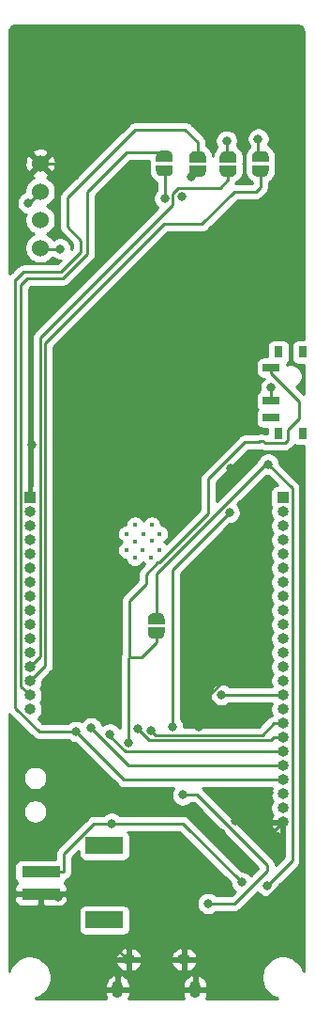
<source format=gbr>
%TF.GenerationSoftware,KiCad,Pcbnew,(5.1.6)-1*%
%TF.CreationDate,2020-07-20T18:07:10+02:00*%
%TF.ProjectId,ESP32-S2-WROOM,45535033-322d-4533-922d-57524f4f4d2e,rev?*%
%TF.SameCoordinates,Original*%
%TF.FileFunction,Copper,L2,Bot*%
%TF.FilePolarity,Positive*%
%FSLAX46Y46*%
G04 Gerber Fmt 4.6, Leading zero omitted, Abs format (unit mm)*
G04 Created by KiCad (PCBNEW (5.1.6)-1) date 2020-07-20 18:07:10*
%MOMM*%
%LPD*%
G01*
G04 APERTURE LIST*
%TA.AperFunction,ComponentPad*%
%ADD10O,1.250000X0.950000*%
%TD*%
%TA.AperFunction,ComponentPad*%
%ADD11O,1.000000X1.550000*%
%TD*%
%TA.AperFunction,ComponentPad*%
%ADD12C,0.400000*%
%TD*%
%TA.AperFunction,ComponentPad*%
%ADD13O,1.000000X1.000000*%
%TD*%
%TA.AperFunction,ComponentPad*%
%ADD14R,1.000000X1.000000*%
%TD*%
%TA.AperFunction,SMDPad,CuDef*%
%ADD15R,3.400000X1.500000*%
%TD*%
%TA.AperFunction,SMDPad,CuDef*%
%ADD16R,3.500000X1.000000*%
%TD*%
%TA.AperFunction,SMDPad,CuDef*%
%ADD17R,0.800000X1.000000*%
%TD*%
%TA.AperFunction,SMDPad,CuDef*%
%ADD18R,1.500000X0.700000*%
%TD*%
%TA.AperFunction,SMDPad,CuDef*%
%ADD19C,1.524000*%
%TD*%
%TA.AperFunction,SMDPad,CuDef*%
%ADD20C,0.100000*%
%TD*%
%TA.AperFunction,ViaPad*%
%ADD21C,0.800000*%
%TD*%
%TA.AperFunction,Conductor*%
%ADD22C,0.250000*%
%TD*%
%TA.AperFunction,Conductor*%
%ADD23C,0.254000*%
%TD*%
G04 APERTURE END LIST*
D10*
%TO.P,J1,6*%
%TO.N,GND*%
X94020000Y-124126000D03*
X99020000Y-124126000D03*
D11*
X93020000Y-126826000D03*
X100020000Y-126826000D03*
%TD*%
D12*
%TO.P,U2,*%
%TO.N,*%
X93820000Y-85793600D03*
X94582000Y-84980800D03*
X96106000Y-84980800D03*
X96817200Y-85793600D03*
X96817200Y-87266800D03*
X96055200Y-87978000D03*
X94582000Y-87978000D03*
X93820000Y-87266800D03*
X94582000Y-86504800D03*
X96106000Y-86454000D03*
X95344000Y-85793600D03*
X95293200Y-87266800D03*
%TD*%
D13*
%TO.P,J2,16*%
%TO.N,/SPI_MISO*%
X85090000Y-101600000D03*
%TO.P,J2,15*%
%TO.N,/SPI_CLK*%
X85090000Y-100330000D03*
%TO.P,J2,14*%
%TO.N,/SPI_MOSI*%
X85090000Y-99060000D03*
%TO.P,J2,13*%
%TO.N,/SPI_CS*%
X85090000Y-97790000D03*
%TO.P,J2,12*%
%TO.N,Net-(J2-Pad12)*%
X85090000Y-96520000D03*
%TO.P,J2,11*%
%TO.N,Net-(J2-Pad11)*%
X85090000Y-95250000D03*
%TO.P,J2,10*%
%TO.N,Net-(J2-Pad10)*%
X85090000Y-93980000D03*
%TO.P,J2,9*%
%TO.N,Net-(J2-Pad9)*%
X85090000Y-92710000D03*
%TO.P,J2,8*%
%TO.N,Net-(J2-Pad8)*%
X85090000Y-91440000D03*
%TO.P,J2,7*%
%TO.N,Net-(J2-Pad7)*%
X85090000Y-90170000D03*
%TO.P,J2,6*%
%TO.N,Net-(J2-Pad6)*%
X85090000Y-88900000D03*
%TO.P,J2,5*%
%TO.N,Net-(J2-Pad5)*%
X85090000Y-87630000D03*
%TO.P,J2,4*%
%TO.N,Net-(J2-Pad4)*%
X85090000Y-86360000D03*
%TO.P,J2,3*%
%TO.N,/IO0*%
X85090000Y-85090000D03*
%TO.P,J2,2*%
%TO.N,/3.3v*%
X85090000Y-83820000D03*
D14*
%TO.P,J2,1*%
%TO.N,GND*%
X85090000Y-82550000D03*
%TD*%
D13*
%TO.P,J3,24*%
%TO.N,GND*%
X107950000Y-111760000D03*
%TO.P,J3,23*%
%TO.N,/VUSB*%
X107950000Y-110490000D03*
%TO.P,J3,22*%
%TO.N,/3.3v*%
X107950000Y-109220000D03*
%TO.P,J3,21*%
%TO.N,/DC_DISP*%
X107950000Y-107950000D03*
%TO.P,J3,20*%
%TO.N,Net-(J3-Pad20)*%
X107950000Y-106680000D03*
%TO.P,J3,19*%
%TO.N,/RGBLED*%
X107950000Y-105410000D03*
%TO.P,J3,18*%
%TO.N,/U1TXD*%
X107950000Y-104140000D03*
%TO.P,J3,17*%
%TO.N,/U1RXD*%
X107950000Y-102870000D03*
%TO.P,J3,16*%
%TO.N,Net-(J3-Pad16)*%
X107950000Y-101600000D03*
%TO.P,J3,15*%
%TO.N,Net-(J3-Pad15)*%
X107950000Y-100330000D03*
%TO.P,J3,14*%
%TO.N,Net-(J3-Pad14)*%
X107950000Y-99060000D03*
%TO.P,J3,13*%
%TO.N,Net-(J3-Pad13)*%
X107950000Y-97790000D03*
%TO.P,J3,12*%
%TO.N,Net-(J3-Pad12)*%
X107950000Y-96520000D03*
%TO.P,J3,11*%
%TO.N,Net-(J3-Pad11)*%
X107950000Y-95250000D03*
%TO.P,J3,10*%
%TO.N,Net-(J3-Pad10)*%
X107950000Y-93980000D03*
%TO.P,J3,9*%
%TO.N,Net-(J3-Pad9)*%
X107950000Y-92710000D03*
%TO.P,J3,8*%
%TO.N,Net-(J3-Pad8)*%
X107950000Y-91440000D03*
%TO.P,J3,7*%
%TO.N,/SCL*%
X107950000Y-90170000D03*
%TO.P,J3,6*%
%TO.N,/SDA*%
X107950000Y-88900000D03*
%TO.P,J3,5*%
%TO.N,Net-(J3-Pad5)*%
X107950000Y-87630000D03*
%TO.P,J3,4*%
%TO.N,Net-(J3-Pad4)*%
X107950000Y-86360000D03*
%TO.P,J3,3*%
%TO.N,Net-(J3-Pad3)*%
X107950000Y-85090000D03*
%TO.P,J3,2*%
%TO.N,Net-(J3-Pad2)*%
X107950000Y-83820000D03*
D14*
%TO.P,J3,1*%
%TO.N,Net-(J3-Pad1)*%
X107950000Y-82550000D03*
%TD*%
D15*
%TO.P,J4,*%
%TO.N,*%
X91838500Y-120571000D03*
X91838500Y-113871000D03*
D16*
%TO.P,J4,2*%
%TO.N,GND*%
X86088500Y-118221000D03*
%TO.P,J4,1*%
%TO.N,/VBAT*%
X86088500Y-116221000D03*
%TD*%
D17*
%TO.P,SW3,*%
%TO.N,*%
X107551000Y-69438500D03*
X107551000Y-76738500D03*
X109761000Y-76738500D03*
X109761000Y-69438500D03*
D18*
%TO.P,SW3,3*%
%TO.N,N/C*%
X106901000Y-75338500D03*
%TO.P,SW3,2*%
%TO.N,Net-(D2-Pad2)*%
X106901000Y-73838500D03*
%TO.P,SW3,1*%
%TO.N,/VBAT*%
X106901000Y-70838500D03*
%TD*%
D19*
%TO.P,J5,1*%
%TO.N,/SDA*%
X86042500Y-60071000D03*
%TO.P,J5,2*%
%TO.N,/SCL*%
X86042500Y-57531000D03*
%TO.P,J5,3*%
%TO.N,/3.3v*%
X86042500Y-54991000D03*
%TO.P,J5,4*%
%TO.N,GND*%
X86042500Y-52451000D03*
%TD*%
%TA.AperFunction,SMDPad,CuDef*%
D20*
%TO.P,JP1,1*%
%TO.N,/SPI_CLK*%
G36*
X96501520Y-52301000D02*
G01*
X96501520Y-51801000D01*
X96502122Y-51801000D01*
X96502122Y-51776466D01*
X96506932Y-51727635D01*
X96516504Y-51679510D01*
X96530748Y-51632555D01*
X96549525Y-51587222D01*
X96572656Y-51543949D01*
X96599916Y-51503150D01*
X96631044Y-51465221D01*
X96665741Y-51430524D01*
X96703670Y-51399396D01*
X96744469Y-51372136D01*
X96787742Y-51349005D01*
X96833075Y-51330228D01*
X96880030Y-51315984D01*
X96928155Y-51306412D01*
X96976986Y-51301602D01*
X97001520Y-51301602D01*
X97001520Y-51301000D01*
X97501520Y-51301000D01*
X97501520Y-51301602D01*
X97526054Y-51301602D01*
X97574885Y-51306412D01*
X97623010Y-51315984D01*
X97669965Y-51330228D01*
X97715298Y-51349005D01*
X97758571Y-51372136D01*
X97799370Y-51399396D01*
X97837299Y-51430524D01*
X97871996Y-51465221D01*
X97903124Y-51503150D01*
X97930384Y-51543949D01*
X97953515Y-51587222D01*
X97972292Y-51632555D01*
X97986536Y-51679510D01*
X97996108Y-51727635D01*
X98000918Y-51776466D01*
X98000918Y-51801000D01*
X98001520Y-51801000D01*
X98001520Y-52301000D01*
X96501520Y-52301000D01*
G37*
%TD.AperFunction*%
%TA.AperFunction,SMDPad,CuDef*%
%TO.P,JP1,2*%
%TO.N,Net-(JP1-Pad2)*%
G36*
X98000918Y-53101000D02*
G01*
X98000918Y-53125534D01*
X97996108Y-53174365D01*
X97986536Y-53222490D01*
X97972292Y-53269445D01*
X97953515Y-53314778D01*
X97930384Y-53358051D01*
X97903124Y-53398850D01*
X97871996Y-53436779D01*
X97837299Y-53471476D01*
X97799370Y-53502604D01*
X97758571Y-53529864D01*
X97715298Y-53552995D01*
X97669965Y-53571772D01*
X97623010Y-53586016D01*
X97574885Y-53595588D01*
X97526054Y-53600398D01*
X97501520Y-53600398D01*
X97501520Y-53601000D01*
X97001520Y-53601000D01*
X97001520Y-53600398D01*
X96976986Y-53600398D01*
X96928155Y-53595588D01*
X96880030Y-53586016D01*
X96833075Y-53571772D01*
X96787742Y-53552995D01*
X96744469Y-53529864D01*
X96703670Y-53502604D01*
X96665741Y-53471476D01*
X96631044Y-53436779D01*
X96599916Y-53398850D01*
X96572656Y-53358051D01*
X96549525Y-53314778D01*
X96530748Y-53269445D01*
X96516504Y-53222490D01*
X96506932Y-53174365D01*
X96502122Y-53125534D01*
X96502122Y-53101000D01*
X96501520Y-53101000D01*
X96501520Y-52601000D01*
X98001520Y-52601000D01*
X98001520Y-53101000D01*
X98000918Y-53101000D01*
G37*
%TD.AperFunction*%
%TD*%
%TA.AperFunction,SMDPad,CuDef*%
%TO.P,JP2,2*%
%TO.N,Net-(JP2-Pad2)*%
G36*
X102257762Y-51836560D02*
G01*
X102257762Y-51812026D01*
X102262572Y-51763195D01*
X102272144Y-51715070D01*
X102286388Y-51668115D01*
X102305165Y-51622782D01*
X102328296Y-51579509D01*
X102355556Y-51538710D01*
X102386684Y-51500781D01*
X102421381Y-51466084D01*
X102459310Y-51434956D01*
X102500109Y-51407696D01*
X102543382Y-51384565D01*
X102588715Y-51365788D01*
X102635670Y-51351544D01*
X102683795Y-51341972D01*
X102732626Y-51337162D01*
X102757160Y-51337162D01*
X102757160Y-51336560D01*
X103257160Y-51336560D01*
X103257160Y-51337162D01*
X103281694Y-51337162D01*
X103330525Y-51341972D01*
X103378650Y-51351544D01*
X103425605Y-51365788D01*
X103470938Y-51384565D01*
X103514211Y-51407696D01*
X103555010Y-51434956D01*
X103592939Y-51466084D01*
X103627636Y-51500781D01*
X103658764Y-51538710D01*
X103686024Y-51579509D01*
X103709155Y-51622782D01*
X103727932Y-51668115D01*
X103742176Y-51715070D01*
X103751748Y-51763195D01*
X103756558Y-51812026D01*
X103756558Y-51836560D01*
X103757160Y-51836560D01*
X103757160Y-52336560D01*
X102257160Y-52336560D01*
X102257160Y-51836560D01*
X102257762Y-51836560D01*
G37*
%TD.AperFunction*%
%TA.AperFunction,SMDPad,CuDef*%
%TO.P,JP2,1*%
%TO.N,/SPI_CS*%
G36*
X103757160Y-52636560D02*
G01*
X103757160Y-53136560D01*
X103756558Y-53136560D01*
X103756558Y-53161094D01*
X103751748Y-53209925D01*
X103742176Y-53258050D01*
X103727932Y-53305005D01*
X103709155Y-53350338D01*
X103686024Y-53393611D01*
X103658764Y-53434410D01*
X103627636Y-53472339D01*
X103592939Y-53507036D01*
X103555010Y-53538164D01*
X103514211Y-53565424D01*
X103470938Y-53588555D01*
X103425605Y-53607332D01*
X103378650Y-53621576D01*
X103330525Y-53631148D01*
X103281694Y-53635958D01*
X103257160Y-53635958D01*
X103257160Y-53636560D01*
X102757160Y-53636560D01*
X102757160Y-53635958D01*
X102732626Y-53635958D01*
X102683795Y-53631148D01*
X102635670Y-53621576D01*
X102588715Y-53607332D01*
X102543382Y-53588555D01*
X102500109Y-53565424D01*
X102459310Y-53538164D01*
X102421381Y-53507036D01*
X102386684Y-53472339D01*
X102355556Y-53434410D01*
X102328296Y-53393611D01*
X102305165Y-53350338D01*
X102286388Y-53305005D01*
X102272144Y-53258050D01*
X102262572Y-53209925D01*
X102257762Y-53161094D01*
X102257762Y-53136560D01*
X102257160Y-53136560D01*
X102257160Y-52636560D01*
X103757160Y-52636560D01*
G37*
%TD.AperFunction*%
%TD*%
%TA.AperFunction,SMDPad,CuDef*%
%TO.P,JP3,1*%
%TO.N,/DC_DISP*%
G36*
X99493640Y-52341640D02*
G01*
X99493640Y-51841640D01*
X99494242Y-51841640D01*
X99494242Y-51817106D01*
X99499052Y-51768275D01*
X99508624Y-51720150D01*
X99522868Y-51673195D01*
X99541645Y-51627862D01*
X99564776Y-51584589D01*
X99592036Y-51543790D01*
X99623164Y-51505861D01*
X99657861Y-51471164D01*
X99695790Y-51440036D01*
X99736589Y-51412776D01*
X99779862Y-51389645D01*
X99825195Y-51370868D01*
X99872150Y-51356624D01*
X99920275Y-51347052D01*
X99969106Y-51342242D01*
X99993640Y-51342242D01*
X99993640Y-51341640D01*
X100493640Y-51341640D01*
X100493640Y-51342242D01*
X100518174Y-51342242D01*
X100567005Y-51347052D01*
X100615130Y-51356624D01*
X100662085Y-51370868D01*
X100707418Y-51389645D01*
X100750691Y-51412776D01*
X100791490Y-51440036D01*
X100829419Y-51471164D01*
X100864116Y-51505861D01*
X100895244Y-51543790D01*
X100922504Y-51584589D01*
X100945635Y-51627862D01*
X100964412Y-51673195D01*
X100978656Y-51720150D01*
X100988228Y-51768275D01*
X100993038Y-51817106D01*
X100993038Y-51841640D01*
X100993640Y-51841640D01*
X100993640Y-52341640D01*
X99493640Y-52341640D01*
G37*
%TD.AperFunction*%
%TA.AperFunction,SMDPad,CuDef*%
%TO.P,JP3,2*%
%TO.N,Net-(JP3-Pad2)*%
G36*
X100993038Y-53141640D02*
G01*
X100993038Y-53166174D01*
X100988228Y-53215005D01*
X100978656Y-53263130D01*
X100964412Y-53310085D01*
X100945635Y-53355418D01*
X100922504Y-53398691D01*
X100895244Y-53439490D01*
X100864116Y-53477419D01*
X100829419Y-53512116D01*
X100791490Y-53543244D01*
X100750691Y-53570504D01*
X100707418Y-53593635D01*
X100662085Y-53612412D01*
X100615130Y-53626656D01*
X100567005Y-53636228D01*
X100518174Y-53641038D01*
X100493640Y-53641038D01*
X100493640Y-53641640D01*
X99993640Y-53641640D01*
X99993640Y-53641038D01*
X99969106Y-53641038D01*
X99920275Y-53636228D01*
X99872150Y-53626656D01*
X99825195Y-53612412D01*
X99779862Y-53593635D01*
X99736589Y-53570504D01*
X99695790Y-53543244D01*
X99657861Y-53512116D01*
X99623164Y-53477419D01*
X99592036Y-53439490D01*
X99564776Y-53398691D01*
X99541645Y-53355418D01*
X99522868Y-53310085D01*
X99508624Y-53263130D01*
X99499052Y-53215005D01*
X99494242Y-53166174D01*
X99494242Y-53141640D01*
X99493640Y-53141640D01*
X99493640Y-52641640D01*
X100993640Y-52641640D01*
X100993640Y-53141640D01*
X100993038Y-53141640D01*
G37*
%TD.AperFunction*%
%TD*%
%TA.AperFunction,SMDPad,CuDef*%
%TO.P,JP4,2*%
%TO.N,Net-(JP4-Pad2)*%
G36*
X105163522Y-51826400D02*
G01*
X105163522Y-51801866D01*
X105168332Y-51753035D01*
X105177904Y-51704910D01*
X105192148Y-51657955D01*
X105210925Y-51612622D01*
X105234056Y-51569349D01*
X105261316Y-51528550D01*
X105292444Y-51490621D01*
X105327141Y-51455924D01*
X105365070Y-51424796D01*
X105405869Y-51397536D01*
X105449142Y-51374405D01*
X105494475Y-51355628D01*
X105541430Y-51341384D01*
X105589555Y-51331812D01*
X105638386Y-51327002D01*
X105662920Y-51327002D01*
X105662920Y-51326400D01*
X106162920Y-51326400D01*
X106162920Y-51327002D01*
X106187454Y-51327002D01*
X106236285Y-51331812D01*
X106284410Y-51341384D01*
X106331365Y-51355628D01*
X106376698Y-51374405D01*
X106419971Y-51397536D01*
X106460770Y-51424796D01*
X106498699Y-51455924D01*
X106533396Y-51490621D01*
X106564524Y-51528550D01*
X106591784Y-51569349D01*
X106614915Y-51612622D01*
X106633692Y-51657955D01*
X106647936Y-51704910D01*
X106657508Y-51753035D01*
X106662318Y-51801866D01*
X106662318Y-51826400D01*
X106662920Y-51826400D01*
X106662920Y-52326400D01*
X105162920Y-52326400D01*
X105162920Y-51826400D01*
X105163522Y-51826400D01*
G37*
%TD.AperFunction*%
%TA.AperFunction,SMDPad,CuDef*%
%TO.P,JP4,1*%
%TO.N,/SPI_MOSI*%
G36*
X106662920Y-52626400D02*
G01*
X106662920Y-53126400D01*
X106662318Y-53126400D01*
X106662318Y-53150934D01*
X106657508Y-53199765D01*
X106647936Y-53247890D01*
X106633692Y-53294845D01*
X106614915Y-53340178D01*
X106591784Y-53383451D01*
X106564524Y-53424250D01*
X106533396Y-53462179D01*
X106498699Y-53496876D01*
X106460770Y-53528004D01*
X106419971Y-53555264D01*
X106376698Y-53578395D01*
X106331365Y-53597172D01*
X106284410Y-53611416D01*
X106236285Y-53620988D01*
X106187454Y-53625798D01*
X106162920Y-53625798D01*
X106162920Y-53626400D01*
X105662920Y-53626400D01*
X105662920Y-53625798D01*
X105638386Y-53625798D01*
X105589555Y-53620988D01*
X105541430Y-53611416D01*
X105494475Y-53597172D01*
X105449142Y-53578395D01*
X105405869Y-53555264D01*
X105365070Y-53528004D01*
X105327141Y-53496876D01*
X105292444Y-53462179D01*
X105261316Y-53424250D01*
X105234056Y-53383451D01*
X105210925Y-53340178D01*
X105192148Y-53294845D01*
X105177904Y-53247890D01*
X105168332Y-53199765D01*
X105163522Y-53150934D01*
X105163522Y-53126400D01*
X105162920Y-53126400D01*
X105162920Y-52626400D01*
X106662920Y-52626400D01*
G37*
%TD.AperFunction*%
%TD*%
%TA.AperFunction,SMDPad,CuDef*%
%TO.P,JP5,2*%
%TO.N,/VBAT*%
G36*
X97264318Y-94731600D02*
G01*
X97264318Y-94756134D01*
X97259508Y-94804965D01*
X97249936Y-94853090D01*
X97235692Y-94900045D01*
X97216915Y-94945378D01*
X97193784Y-94988651D01*
X97166524Y-95029450D01*
X97135396Y-95067379D01*
X97100699Y-95102076D01*
X97062770Y-95133204D01*
X97021971Y-95160464D01*
X96978698Y-95183595D01*
X96933365Y-95202372D01*
X96886410Y-95216616D01*
X96838285Y-95226188D01*
X96789454Y-95230998D01*
X96764920Y-95230998D01*
X96764920Y-95231600D01*
X96264920Y-95231600D01*
X96264920Y-95230998D01*
X96240386Y-95230998D01*
X96191555Y-95226188D01*
X96143430Y-95216616D01*
X96096475Y-95202372D01*
X96051142Y-95183595D01*
X96007869Y-95160464D01*
X95967070Y-95133204D01*
X95929141Y-95102076D01*
X95894444Y-95067379D01*
X95863316Y-95029450D01*
X95836056Y-94988651D01*
X95812925Y-94945378D01*
X95794148Y-94900045D01*
X95779904Y-94853090D01*
X95770332Y-94804965D01*
X95765522Y-94756134D01*
X95765522Y-94731600D01*
X95764920Y-94731600D01*
X95764920Y-94231600D01*
X97264920Y-94231600D01*
X97264920Y-94731600D01*
X97264318Y-94731600D01*
G37*
%TD.AperFunction*%
%TA.AperFunction,SMDPad,CuDef*%
%TO.P,JP5,1*%
%TO.N,Net-(D2-Pad2)*%
G36*
X95764920Y-93931600D02*
G01*
X95764920Y-93431600D01*
X95765522Y-93431600D01*
X95765522Y-93407066D01*
X95770332Y-93358235D01*
X95779904Y-93310110D01*
X95794148Y-93263155D01*
X95812925Y-93217822D01*
X95836056Y-93174549D01*
X95863316Y-93133750D01*
X95894444Y-93095821D01*
X95929141Y-93061124D01*
X95967070Y-93029996D01*
X96007869Y-93002736D01*
X96051142Y-92979605D01*
X96096475Y-92960828D01*
X96143430Y-92946584D01*
X96191555Y-92937012D01*
X96240386Y-92932202D01*
X96264920Y-92932202D01*
X96264920Y-92931600D01*
X96764920Y-92931600D01*
X96764920Y-92932202D01*
X96789454Y-92932202D01*
X96838285Y-92937012D01*
X96886410Y-92946584D01*
X96933365Y-92960828D01*
X96978698Y-92979605D01*
X97021971Y-93002736D01*
X97062770Y-93029996D01*
X97100699Y-93061124D01*
X97135396Y-93095821D01*
X97166524Y-93133750D01*
X97193784Y-93174549D01*
X97216915Y-93217822D01*
X97235692Y-93263155D01*
X97249936Y-93310110D01*
X97259508Y-93358235D01*
X97264318Y-93407066D01*
X97264318Y-93431600D01*
X97264920Y-93431600D01*
X97264920Y-93931600D01*
X95764920Y-93931600D01*
G37*
%TD.AperFunction*%
%TD*%
D21*
%TO.N,GND*%
X104902000Y-122388998D03*
X102616000Y-121428000D03*
X85324800Y-77740000D03*
X95250000Y-54483000D03*
X103251000Y-79883000D03*
X108839000Y-78359000D03*
X107061000Y-113919000D03*
X87884000Y-123444000D03*
X90424000Y-123428000D03*
X93091000Y-123317000D03*
X94504000Y-118872000D03*
X87630000Y-118540000D03*
X106680000Y-109093000D03*
X103378000Y-98806000D03*
X100330000Y-103176900D03*
X103632000Y-111633000D03*
X102362000Y-112776000D03*
X100838000Y-112268000D03*
X99300000Y-114910000D03*
X89217500Y-53594000D03*
%TO.N,/3.3v*%
X84963000Y-56007000D03*
%TO.N,/EN*%
X103115000Y-83885300D03*
X97970000Y-103144000D03*
%TO.N,Net-(J3-Pad20)*%
X90637700Y-103281400D03*
%TO.N,Net-(J3-Pad15)*%
X102403600Y-100281700D03*
%TO.N,/RGBLED*%
X92331100Y-103828100D03*
%TO.N,/VBAT*%
X104234500Y-117177700D03*
X93972600Y-104607100D03*
X92480700Y-111867300D03*
%TO.N,/DC_DISP*%
X89248500Y-103596800D03*
%TO.N,/U1TXD*%
X94831100Y-103333700D03*
%TO.N,/U1RXD*%
X96068900Y-103545600D03*
%TO.N,/SCL*%
X86042500Y-57531000D03*
%TO.N,/SDA*%
X87820500Y-60134500D03*
%TO.N,/D+*%
X101184600Y-119091900D03*
X98897500Y-109305000D03*
%TO.N,Net-(D2-Pad2)*%
X106505600Y-117482400D03*
X106887200Y-72638600D03*
X106621400Y-79526800D03*
%TO.N,Net-(JP1-Pad2)*%
X97273800Y-55593100D03*
%TO.N,Net-(JP2-Pad2)*%
X98820700Y-55390500D03*
X102870000Y-50419000D03*
%TO.N,Net-(JP3-Pad2)*%
X99704680Y-53680600D03*
%TO.N,Net-(JP4-Pad2)*%
X105727500Y-50228500D03*
%TD*%
D22*
%TO.N,GND*%
X104902000Y-122388998D02*
X103941002Y-121428000D01*
X103941002Y-121428000D02*
X102616000Y-121428000D01*
X85217000Y-82042000D02*
X85217000Y-77847800D01*
X85217000Y-77847800D02*
X85324800Y-77740000D01*
X108839000Y-78359000D02*
X109474000Y-78994000D01*
X104902000Y-120159002D02*
X104902000Y-122388998D01*
X109474000Y-115587002D02*
X104902000Y-120159002D01*
X109474000Y-78994000D02*
X109474000Y-115587002D01*
X107061000Y-112649000D02*
X107950000Y-111760000D01*
X107061000Y-113919000D02*
X107061000Y-112649000D01*
X87884000Y-123444000D02*
X90408000Y-123444000D01*
X90408000Y-123444000D02*
X90424000Y-123428000D01*
X94020000Y-124126000D02*
X93900000Y-124126000D01*
X93900000Y-124126000D02*
X93091000Y-123317000D01*
X93091000Y-123317000D02*
X94504000Y-121904000D01*
X94504000Y-121904000D02*
X94504000Y-118872000D01*
X86088500Y-118221000D02*
X87311000Y-118221000D01*
X87311000Y-118221000D02*
X87630000Y-118540000D01*
X102806298Y-98806000D02*
X103378000Y-98806000D01*
X100330000Y-101282298D02*
X102806298Y-98806000D01*
X100330000Y-103176900D02*
X100330000Y-101282298D01*
X104775000Y-78359000D02*
X103251000Y-79883000D01*
X108839000Y-78359000D02*
X104775000Y-78359000D01*
X107061000Y-113919000D02*
X105918000Y-113919000D01*
X105918000Y-113919000D02*
X103632000Y-111633000D01*
X102362000Y-112776000D02*
X101346000Y-112776000D01*
X101346000Y-112776000D02*
X100838000Y-112268000D01*
X85090000Y-82169000D02*
X85217000Y-82042000D01*
X85090000Y-82550000D02*
X85090000Y-82169000D01*
X86042500Y-52451000D02*
X88074500Y-52451000D01*
X88074500Y-52451000D02*
X89217500Y-53594000D01*
%TO.N,/3.3v*%
X85026500Y-56007000D02*
X86042500Y-54991000D01*
X84963000Y-56007000D02*
X85026500Y-56007000D01*
%TO.N,/EN*%
X97970000Y-103144000D02*
X97970000Y-89030300D01*
X97970000Y-89030300D02*
X103115000Y-83885300D01*
%TO.N,Net-(J3-Pad20)*%
X107950000Y-106680000D02*
X94036300Y-106680000D01*
X94036300Y-106680000D02*
X90637700Y-103281400D01*
%TO.N,Net-(J3-Pad15)*%
X107950000Y-100330000D02*
X107124700Y-100330000D01*
X107124700Y-100330000D02*
X102451900Y-100330000D01*
X102451900Y-100330000D02*
X102403600Y-100281700D01*
%TO.N,/RGBLED*%
X107950000Y-105410000D02*
X107124700Y-105410000D01*
X92331100Y-103828100D02*
X92331100Y-104020900D01*
X92331100Y-104020900D02*
X93720200Y-105410000D01*
X93720200Y-105410000D02*
X107124700Y-105410000D01*
%TO.N,/VBAT*%
X88163800Y-116221000D02*
X88163800Y-114607700D01*
X88163800Y-114607700D02*
X90904200Y-111867300D01*
X90904200Y-111867300D02*
X92480700Y-111867300D01*
X104234500Y-117177700D02*
X98924100Y-111867300D01*
X98924100Y-111867300D02*
X92480700Y-111867300D01*
X93972600Y-97027400D02*
X93972600Y-104607100D01*
X86088500Y-116221000D02*
X88163800Y-116221000D01*
X96649600Y-88392000D02*
X95607200Y-89434400D01*
X96774000Y-88392000D02*
X96649600Y-88392000D01*
X101219000Y-83947000D02*
X96774000Y-88392000D01*
X101219000Y-80841998D02*
X101219000Y-83947000D01*
X104519988Y-77541010D02*
X101219000Y-80841998D01*
X109437100Y-75417000D02*
X108389100Y-76465000D01*
X108389100Y-76465000D02*
X108389100Y-77385402D01*
X109437100Y-73873600D02*
X109437100Y-75417000D01*
X106901000Y-70838500D02*
X106901000Y-71337500D01*
X108389100Y-77385402D02*
X108177502Y-77597000D01*
X108177502Y-77597000D02*
X106299000Y-77597000D01*
X106172000Y-77470000D02*
X105869636Y-77470000D01*
X106299000Y-77597000D02*
X106172000Y-77470000D01*
X105869636Y-77470000D02*
X105798626Y-77541010D01*
X106901000Y-71337500D02*
X109437100Y-73873600D01*
X105798626Y-77541010D02*
X104519988Y-77541010D01*
X95607200Y-89434400D02*
X95607200Y-90320800D01*
X95607200Y-90320800D02*
X94107000Y-91821000D01*
X94107000Y-96893000D02*
X93972600Y-97027400D01*
X94107000Y-91821000D02*
X94107000Y-96893000D01*
X94107000Y-96893000D02*
X95171640Y-96893000D01*
X96514920Y-95549720D02*
X96514920Y-94731600D01*
X95171640Y-96893000D02*
X96514920Y-95549720D01*
%TO.N,/SPI_CLK*%
X96885520Y-51435000D02*
X97251520Y-51801000D01*
X93853000Y-51435000D02*
X96885520Y-51435000D01*
X90297000Y-54991000D02*
X93853000Y-51435000D01*
X90297000Y-60579000D02*
X90297000Y-54991000D01*
X84256700Y-99496700D02*
X84256700Y-63399900D01*
X88074500Y-62801500D02*
X90297000Y-60579000D01*
X84301100Y-63399900D02*
X84899500Y-62801500D01*
X85090000Y-100330000D02*
X84256700Y-99496700D01*
X84256700Y-63399900D02*
X84301100Y-63399900D01*
X84899500Y-62801500D02*
X88074500Y-62801500D01*
%TO.N,/SPI_MOSI*%
X86500200Y-70510200D02*
X86500200Y-97649800D01*
X86500200Y-97649800D02*
X85090000Y-99060000D01*
X86500200Y-70510200D02*
X86500200Y-68630300D01*
X86500200Y-68630300D02*
X97218500Y-57912000D01*
X97218500Y-57912000D02*
X100647500Y-57912000D01*
X100647500Y-57912000D02*
X103568500Y-54991000D01*
X103568500Y-54991000D02*
X105537000Y-54991000D01*
X105912920Y-54615080D02*
X105912920Y-53126400D01*
X105537000Y-54991000D02*
X105912920Y-54615080D01*
%TO.N,/SPI_CS*%
X102261500Y-54647000D02*
X103007160Y-53901340D01*
X98528000Y-54647000D02*
X102261500Y-54647000D01*
X86049800Y-96830200D02*
X86049800Y-68125000D01*
X86049800Y-68125000D02*
X98002100Y-56172700D01*
X103007160Y-53901340D02*
X103007160Y-53136560D01*
X85090000Y-97790000D02*
X86049800Y-96830200D01*
X98002100Y-56172700D02*
X98002100Y-55172900D01*
X98002100Y-55172900D02*
X98528000Y-54647000D01*
%TO.N,/DC_DISP*%
X89248500Y-103596800D02*
X93601700Y-107950000D01*
X93601700Y-107950000D02*
X107124700Y-107950000D01*
X107950000Y-107950000D02*
X107124700Y-107950000D01*
X100243640Y-50523140D02*
X100243640Y-51841640D01*
X99123500Y-49403000D02*
X100243640Y-50523140D01*
X94615000Y-49403000D02*
X99123500Y-49403000D01*
X83864800Y-62883700D02*
X84518500Y-62230000D01*
X83801300Y-62883700D02*
X83864800Y-62883700D01*
X89248500Y-103596800D02*
X85919500Y-103596800D01*
X85919500Y-103596800D02*
X83801300Y-101478600D01*
X89725500Y-60388500D02*
X89725500Y-59372500D01*
X84518500Y-62230000D02*
X87884000Y-62230000D01*
X87884000Y-62230000D02*
X89725500Y-60388500D01*
X83801300Y-101478600D02*
X83801300Y-62883700D01*
X88519000Y-58166000D02*
X88519000Y-55499000D01*
X89725500Y-59372500D02*
X88519000Y-58166000D01*
X88519000Y-55499000D02*
X94615000Y-49403000D01*
%TO.N,/U1TXD*%
X107950000Y-104140000D02*
X107124700Y-104140000D01*
X107124700Y-104140000D02*
X106910500Y-104354200D01*
X106910500Y-104354200D02*
X95851600Y-104354200D01*
X95851600Y-104354200D02*
X94831100Y-103333700D01*
%TO.N,/U1RXD*%
X107124700Y-102870000D02*
X106092800Y-103901900D01*
X106092800Y-103901900D02*
X96425200Y-103901900D01*
X96425200Y-103901900D02*
X96068900Y-103545600D01*
X107950000Y-102870000D02*
X107124700Y-102870000D01*
%TO.N,/SDA*%
X86106000Y-60134500D02*
X86042500Y-60071000D01*
X87820500Y-60134500D02*
X86106000Y-60134500D01*
%TO.N,/D+*%
X98897500Y-109305000D02*
X100214200Y-109305000D01*
X100214200Y-109305000D02*
X106532900Y-115623700D01*
X106532900Y-115623700D02*
X106532900Y-116165200D01*
X106532900Y-116165200D02*
X103606200Y-119091900D01*
X103606200Y-119091900D02*
X101184600Y-119091900D01*
%TO.N,Net-(D2-Pad2)*%
X106621400Y-79526800D02*
X108782900Y-81688300D01*
X108782900Y-81688300D02*
X108782900Y-115205100D01*
X108782900Y-115205100D02*
X106505600Y-117482400D01*
X96520000Y-93480000D02*
X96520000Y-89402400D01*
X96520000Y-89402400D02*
X106395600Y-79526800D01*
X106395600Y-79526800D02*
X106621400Y-79526800D01*
X106901000Y-73838500D02*
X106887200Y-73824700D01*
X106887200Y-73824700D02*
X106887200Y-72638600D01*
%TO.N,Net-(JP1-Pad2)*%
X97273800Y-53514300D02*
X97273800Y-55593100D01*
%TO.N,Net-(JP2-Pad2)*%
X98820700Y-55349800D02*
X98820700Y-55390500D01*
X102870000Y-51699400D02*
X103007160Y-51836560D01*
X102870000Y-50419000D02*
X102870000Y-51699400D01*
%TO.N,Net-(JP3-Pad2)*%
X99704680Y-53680600D02*
X100243640Y-53141640D01*
%TO.N,Net-(JP4-Pad2)*%
X105727500Y-51640980D02*
X105912920Y-51826400D01*
X105727500Y-50228500D02*
X105727500Y-51640980D01*
%TD*%
D23*
%TO.N,GND*%
G36*
X109116820Y-77828002D02*
G01*
X109236518Y-77864312D01*
X109361000Y-77876572D01*
X109830000Y-77876572D01*
X109830001Y-125234162D01*
X109816034Y-125163945D01*
X109669746Y-124810776D01*
X109457370Y-124492933D01*
X109187067Y-124222630D01*
X108869224Y-124010254D01*
X108516055Y-123863966D01*
X108141133Y-123789390D01*
X107758867Y-123789390D01*
X107383945Y-123863966D01*
X107030776Y-124010254D01*
X106712933Y-124222630D01*
X106442630Y-124492933D01*
X106230254Y-124810776D01*
X106083966Y-125163945D01*
X106009390Y-125538867D01*
X106009390Y-125921133D01*
X106083966Y-126296055D01*
X106230254Y-126649224D01*
X106442630Y-126967067D01*
X106712933Y-127237370D01*
X107030776Y-127449746D01*
X107383945Y-127596034D01*
X107454157Y-127610000D01*
X101038347Y-127610000D01*
X101108415Y-127446987D01*
X101155000Y-127228000D01*
X101155000Y-126953000D01*
X100147000Y-126953000D01*
X100147000Y-126973000D01*
X99893000Y-126973000D01*
X99893000Y-126953000D01*
X98885000Y-126953000D01*
X98885000Y-127228000D01*
X98931585Y-127446987D01*
X99001653Y-127610000D01*
X94038347Y-127610000D01*
X94108415Y-127446987D01*
X94155000Y-127228000D01*
X94155000Y-126953000D01*
X93147000Y-126953000D01*
X93147000Y-126973000D01*
X92893000Y-126973000D01*
X92893000Y-126953000D01*
X91885000Y-126953000D01*
X91885000Y-127228000D01*
X91931585Y-127446987D01*
X92001653Y-127610000D01*
X85585843Y-127610000D01*
X85656055Y-127596034D01*
X86009224Y-127449746D01*
X86327067Y-127237370D01*
X86597370Y-126967067D01*
X86809746Y-126649224D01*
X86903037Y-126424000D01*
X91885000Y-126424000D01*
X91885000Y-126699000D01*
X92893000Y-126699000D01*
X92893000Y-125583046D01*
X93147000Y-125583046D01*
X93147000Y-126699000D01*
X94155000Y-126699000D01*
X94155000Y-126424000D01*
X98885000Y-126424000D01*
X98885000Y-126699000D01*
X99893000Y-126699000D01*
X99893000Y-125583046D01*
X100147000Y-125583046D01*
X100147000Y-126699000D01*
X101155000Y-126699000D01*
X101155000Y-126424000D01*
X101108415Y-126205013D01*
X101020003Y-125999322D01*
X100893161Y-125814831D01*
X100732764Y-125658631D01*
X100544976Y-125536724D01*
X100321874Y-125456881D01*
X100147000Y-125583046D01*
X99893000Y-125583046D01*
X99718126Y-125456881D01*
X99495024Y-125536724D01*
X99307236Y-125658631D01*
X99146839Y-125814831D01*
X99019997Y-125999322D01*
X98931585Y-126205013D01*
X98885000Y-126424000D01*
X94155000Y-126424000D01*
X94108415Y-126205013D01*
X94020003Y-125999322D01*
X93893161Y-125814831D01*
X93732764Y-125658631D01*
X93544976Y-125536724D01*
X93321874Y-125456881D01*
X93147000Y-125583046D01*
X92893000Y-125583046D01*
X92718126Y-125456881D01*
X92495024Y-125536724D01*
X92307236Y-125658631D01*
X92146839Y-125814831D01*
X92019997Y-125999322D01*
X91931585Y-126205013D01*
X91885000Y-126424000D01*
X86903037Y-126424000D01*
X86956034Y-126296055D01*
X87030610Y-125921133D01*
X87030610Y-125538867D01*
X86956034Y-125163945D01*
X86809746Y-124810776D01*
X86597370Y-124492933D01*
X86528375Y-124423938D01*
X92800732Y-124423938D01*
X92870397Y-124612150D01*
X92984447Y-124797822D01*
X93132529Y-124957676D01*
X93308951Y-125085569D01*
X93506934Y-125176586D01*
X93718869Y-125227230D01*
X93893000Y-125078564D01*
X93893000Y-124253000D01*
X94147000Y-124253000D01*
X94147000Y-125078564D01*
X94321131Y-125227230D01*
X94533066Y-125176586D01*
X94731049Y-125085569D01*
X94907471Y-124957676D01*
X95055553Y-124797822D01*
X95169603Y-124612150D01*
X95239268Y-124423938D01*
X97800732Y-124423938D01*
X97870397Y-124612150D01*
X97984447Y-124797822D01*
X98132529Y-124957676D01*
X98308951Y-125085569D01*
X98506934Y-125176586D01*
X98718869Y-125227230D01*
X98893000Y-125078564D01*
X98893000Y-124253000D01*
X99147000Y-124253000D01*
X99147000Y-125078564D01*
X99321131Y-125227230D01*
X99533066Y-125176586D01*
X99731049Y-125085569D01*
X99907471Y-124957676D01*
X100055553Y-124797822D01*
X100169603Y-124612150D01*
X100239268Y-124423938D01*
X100112734Y-124253000D01*
X99147000Y-124253000D01*
X98893000Y-124253000D01*
X97927266Y-124253000D01*
X97800732Y-124423938D01*
X95239268Y-124423938D01*
X95112734Y-124253000D01*
X94147000Y-124253000D01*
X93893000Y-124253000D01*
X92927266Y-124253000D01*
X92800732Y-124423938D01*
X86528375Y-124423938D01*
X86327067Y-124222630D01*
X86009224Y-124010254D01*
X85656055Y-123863966D01*
X85475552Y-123828062D01*
X92800732Y-123828062D01*
X92927266Y-123999000D01*
X93893000Y-123999000D01*
X93893000Y-123173436D01*
X94147000Y-123173436D01*
X94147000Y-123999000D01*
X95112734Y-123999000D01*
X95239268Y-123828062D01*
X97800732Y-123828062D01*
X97927266Y-123999000D01*
X98893000Y-123999000D01*
X98893000Y-123173436D01*
X99147000Y-123173436D01*
X99147000Y-123999000D01*
X100112734Y-123999000D01*
X100239268Y-123828062D01*
X100169603Y-123639850D01*
X100055553Y-123454178D01*
X99907471Y-123294324D01*
X99731049Y-123166431D01*
X99533066Y-123075414D01*
X99321131Y-123024770D01*
X99147000Y-123173436D01*
X98893000Y-123173436D01*
X98718869Y-123024770D01*
X98506934Y-123075414D01*
X98308951Y-123166431D01*
X98132529Y-123294324D01*
X97984447Y-123454178D01*
X97870397Y-123639850D01*
X97800732Y-123828062D01*
X95239268Y-123828062D01*
X95169603Y-123639850D01*
X95055553Y-123454178D01*
X94907471Y-123294324D01*
X94731049Y-123166431D01*
X94533066Y-123075414D01*
X94321131Y-123024770D01*
X94147000Y-123173436D01*
X93893000Y-123173436D01*
X93718869Y-123024770D01*
X93506934Y-123075414D01*
X93308951Y-123166431D01*
X93132529Y-123294324D01*
X92984447Y-123454178D01*
X92870397Y-123639850D01*
X92800732Y-123828062D01*
X85475552Y-123828062D01*
X85281133Y-123789390D01*
X84898867Y-123789390D01*
X84523945Y-123863966D01*
X84170776Y-124010254D01*
X83852933Y-124222630D01*
X83582630Y-124492933D01*
X83370254Y-124810776D01*
X83223966Y-125163945D01*
X83210000Y-125234157D01*
X83210000Y-119821000D01*
X89500428Y-119821000D01*
X89500428Y-121321000D01*
X89512688Y-121445482D01*
X89548998Y-121565180D01*
X89607963Y-121675494D01*
X89687315Y-121772185D01*
X89784006Y-121851537D01*
X89894320Y-121910502D01*
X90014018Y-121946812D01*
X90138500Y-121959072D01*
X93538500Y-121959072D01*
X93662982Y-121946812D01*
X93782680Y-121910502D01*
X93892994Y-121851537D01*
X93989685Y-121772185D01*
X94069037Y-121675494D01*
X94128002Y-121565180D01*
X94164312Y-121445482D01*
X94176572Y-121321000D01*
X94176572Y-119821000D01*
X94164312Y-119696518D01*
X94128002Y-119576820D01*
X94069037Y-119466506D01*
X93989685Y-119369815D01*
X93892994Y-119290463D01*
X93782680Y-119231498D01*
X93662982Y-119195188D01*
X93538500Y-119182928D01*
X90138500Y-119182928D01*
X90014018Y-119195188D01*
X89894320Y-119231498D01*
X89784006Y-119290463D01*
X89687315Y-119369815D01*
X89607963Y-119466506D01*
X89548998Y-119576820D01*
X89512688Y-119696518D01*
X89500428Y-119821000D01*
X83210000Y-119821000D01*
X83210000Y-118721000D01*
X83700428Y-118721000D01*
X83712688Y-118845482D01*
X83748998Y-118965180D01*
X83807963Y-119075494D01*
X83887315Y-119172185D01*
X83984006Y-119251537D01*
X84094320Y-119310502D01*
X84214018Y-119346812D01*
X84338500Y-119359072D01*
X85802750Y-119356000D01*
X85961500Y-119197250D01*
X85961500Y-118348000D01*
X86215500Y-118348000D01*
X86215500Y-119197250D01*
X86374250Y-119356000D01*
X87838500Y-119359072D01*
X87962982Y-119346812D01*
X88082680Y-119310502D01*
X88192994Y-119251537D01*
X88289685Y-119172185D01*
X88369037Y-119075494D01*
X88428002Y-118965180D01*
X88464312Y-118845482D01*
X88476572Y-118721000D01*
X88473500Y-118506750D01*
X88314750Y-118348000D01*
X86215500Y-118348000D01*
X85961500Y-118348000D01*
X83862250Y-118348000D01*
X83703500Y-118506750D01*
X83700428Y-118721000D01*
X83210000Y-118721000D01*
X83210000Y-110677137D01*
X84500500Y-110677137D01*
X84500500Y-110890863D01*
X84542196Y-111100483D01*
X84623985Y-111297940D01*
X84742725Y-111475647D01*
X84893853Y-111626775D01*
X85071560Y-111745515D01*
X85269017Y-111827304D01*
X85478637Y-111869000D01*
X85692363Y-111869000D01*
X85901983Y-111827304D01*
X86099440Y-111745515D01*
X86277147Y-111626775D01*
X86428275Y-111475647D01*
X86547015Y-111297940D01*
X86628804Y-111100483D01*
X86670500Y-110890863D01*
X86670500Y-110677137D01*
X86628804Y-110467517D01*
X86547015Y-110270060D01*
X86428275Y-110092353D01*
X86277147Y-109941225D01*
X86099440Y-109822485D01*
X85901983Y-109740696D01*
X85692363Y-109699000D01*
X85478637Y-109699000D01*
X85269017Y-109740696D01*
X85071560Y-109822485D01*
X84893853Y-109941225D01*
X84742725Y-110092353D01*
X84623985Y-110270060D01*
X84542196Y-110467517D01*
X84500500Y-110677137D01*
X83210000Y-110677137D01*
X83210000Y-107677137D01*
X84500500Y-107677137D01*
X84500500Y-107890863D01*
X84542196Y-108100483D01*
X84623985Y-108297940D01*
X84742725Y-108475647D01*
X84893853Y-108626775D01*
X85071560Y-108745515D01*
X85269017Y-108827304D01*
X85478637Y-108869000D01*
X85692363Y-108869000D01*
X85901983Y-108827304D01*
X86099440Y-108745515D01*
X86277147Y-108626775D01*
X86428275Y-108475647D01*
X86547015Y-108297940D01*
X86628804Y-108100483D01*
X86670500Y-107890863D01*
X86670500Y-107677137D01*
X86628804Y-107467517D01*
X86547015Y-107270060D01*
X86428275Y-107092353D01*
X86277147Y-106941225D01*
X86099440Y-106822485D01*
X85901983Y-106740696D01*
X85692363Y-106699000D01*
X85478637Y-106699000D01*
X85269017Y-106740696D01*
X85071560Y-106822485D01*
X84893853Y-106941225D01*
X84742725Y-107092353D01*
X84623985Y-107270060D01*
X84542196Y-107467517D01*
X84500500Y-107677137D01*
X83210000Y-107677137D01*
X83210000Y-101956092D01*
X83261299Y-102018601D01*
X83290303Y-102042404D01*
X85355700Y-104107802D01*
X85379499Y-104136801D01*
X85495224Y-104231774D01*
X85627253Y-104302346D01*
X85770514Y-104345803D01*
X85882167Y-104356800D01*
X85882176Y-104356800D01*
X85919499Y-104360476D01*
X85956822Y-104356800D01*
X88544789Y-104356800D01*
X88588726Y-104400737D01*
X88758244Y-104514005D01*
X88946602Y-104592026D01*
X89146561Y-104631800D01*
X89208699Y-104631800D01*
X93037905Y-108461008D01*
X93061699Y-108490001D01*
X93090692Y-108513795D01*
X93090696Y-108513799D01*
X93161385Y-108571811D01*
X93177424Y-108584974D01*
X93309453Y-108655546D01*
X93452714Y-108699003D01*
X93564367Y-108710000D01*
X93564376Y-108710000D01*
X93601699Y-108713676D01*
X93639022Y-108710000D01*
X98050283Y-108710000D01*
X97980295Y-108814744D01*
X97902274Y-109003102D01*
X97862500Y-109203061D01*
X97862500Y-109406939D01*
X97902274Y-109606898D01*
X97980295Y-109795256D01*
X98093563Y-109964774D01*
X98237726Y-110108937D01*
X98407244Y-110222205D01*
X98595602Y-110300226D01*
X98795561Y-110340000D01*
X98999439Y-110340000D01*
X99199398Y-110300226D01*
X99387756Y-110222205D01*
X99557274Y-110108937D01*
X99601211Y-110065000D01*
X99899399Y-110065000D01*
X105728848Y-115894450D01*
X105065247Y-116558051D01*
X105038437Y-116517926D01*
X104894274Y-116373763D01*
X104724756Y-116260495D01*
X104536398Y-116182474D01*
X104336439Y-116142700D01*
X104274302Y-116142700D01*
X99487904Y-111356303D01*
X99464101Y-111327299D01*
X99348376Y-111232326D01*
X99216347Y-111161754D01*
X99073086Y-111118297D01*
X98961433Y-111107300D01*
X98961422Y-111107300D01*
X98924100Y-111103624D01*
X98886778Y-111107300D01*
X93184411Y-111107300D01*
X93140474Y-111063363D01*
X92970956Y-110950095D01*
X92782598Y-110872074D01*
X92582639Y-110832300D01*
X92378761Y-110832300D01*
X92178802Y-110872074D01*
X91990444Y-110950095D01*
X91820926Y-111063363D01*
X91776989Y-111107300D01*
X90941523Y-111107300D01*
X90904200Y-111103624D01*
X90866877Y-111107300D01*
X90866867Y-111107300D01*
X90755214Y-111118297D01*
X90611953Y-111161754D01*
X90479924Y-111232326D01*
X90364199Y-111327299D01*
X90340401Y-111356297D01*
X87652798Y-114043901D01*
X87623800Y-114067699D01*
X87600002Y-114096697D01*
X87600001Y-114096698D01*
X87528826Y-114183424D01*
X87458254Y-114315454D01*
X87414798Y-114458715D01*
X87400124Y-114607700D01*
X87403801Y-114645032D01*
X87403801Y-115082928D01*
X84338500Y-115082928D01*
X84214018Y-115095188D01*
X84094320Y-115131498D01*
X83984006Y-115190463D01*
X83887315Y-115269815D01*
X83807963Y-115366506D01*
X83748998Y-115476820D01*
X83712688Y-115596518D01*
X83700428Y-115721000D01*
X83700428Y-116721000D01*
X83712688Y-116845482D01*
X83748998Y-116965180D01*
X83807963Y-117075494D01*
X83887315Y-117172185D01*
X83946796Y-117221000D01*
X83887315Y-117269815D01*
X83807963Y-117366506D01*
X83748998Y-117476820D01*
X83712688Y-117596518D01*
X83700428Y-117721000D01*
X83703500Y-117935250D01*
X83862250Y-118094000D01*
X85961500Y-118094000D01*
X85961500Y-118074000D01*
X86215500Y-118074000D01*
X86215500Y-118094000D01*
X88314750Y-118094000D01*
X88473500Y-117935250D01*
X88476572Y-117721000D01*
X88464312Y-117596518D01*
X88428002Y-117476820D01*
X88369037Y-117366506D01*
X88289685Y-117269815D01*
X88230204Y-117221000D01*
X88289685Y-117172185D01*
X88369037Y-117075494D01*
X88428002Y-116965180D01*
X88438067Y-116932000D01*
X88456047Y-116926546D01*
X88588076Y-116855974D01*
X88703801Y-116761001D01*
X88798774Y-116645276D01*
X88869346Y-116513247D01*
X88912803Y-116369986D01*
X88923587Y-116260495D01*
X88923800Y-116258333D01*
X88923800Y-116258332D01*
X88927477Y-116221000D01*
X88923800Y-116183667D01*
X88923800Y-114922501D01*
X89500428Y-114345873D01*
X89500428Y-114621000D01*
X89512688Y-114745482D01*
X89548998Y-114865180D01*
X89607963Y-114975494D01*
X89687315Y-115072185D01*
X89784006Y-115151537D01*
X89894320Y-115210502D01*
X90014018Y-115246812D01*
X90138500Y-115259072D01*
X93538500Y-115259072D01*
X93662982Y-115246812D01*
X93782680Y-115210502D01*
X93892994Y-115151537D01*
X93989685Y-115072185D01*
X94069037Y-114975494D01*
X94128002Y-114865180D01*
X94164312Y-114745482D01*
X94176572Y-114621000D01*
X94176572Y-113121000D01*
X94164312Y-112996518D01*
X94128002Y-112876820D01*
X94069037Y-112766506D01*
X93989685Y-112669815D01*
X93937880Y-112627300D01*
X98609299Y-112627300D01*
X103199500Y-117217502D01*
X103199500Y-117279639D01*
X103239274Y-117479598D01*
X103317295Y-117667956D01*
X103430563Y-117837474D01*
X103574726Y-117981637D01*
X103614851Y-118008448D01*
X103291399Y-118331900D01*
X101888311Y-118331900D01*
X101844374Y-118287963D01*
X101674856Y-118174695D01*
X101486498Y-118096674D01*
X101286539Y-118056900D01*
X101082661Y-118056900D01*
X100882702Y-118096674D01*
X100694344Y-118174695D01*
X100524826Y-118287963D01*
X100380663Y-118432126D01*
X100267395Y-118601644D01*
X100189374Y-118790002D01*
X100149600Y-118989961D01*
X100149600Y-119193839D01*
X100189374Y-119393798D01*
X100267395Y-119582156D01*
X100380663Y-119751674D01*
X100524826Y-119895837D01*
X100694344Y-120009105D01*
X100882702Y-120087126D01*
X101082661Y-120126900D01*
X101286539Y-120126900D01*
X101486498Y-120087126D01*
X101674856Y-120009105D01*
X101844374Y-119895837D01*
X101888311Y-119851900D01*
X103568878Y-119851900D01*
X103606200Y-119855576D01*
X103643522Y-119851900D01*
X103643533Y-119851900D01*
X103755186Y-119840903D01*
X103898447Y-119797446D01*
X104030476Y-119726874D01*
X104146201Y-119631901D01*
X104170004Y-119602897D01*
X105673250Y-118099651D01*
X105701663Y-118142174D01*
X105845826Y-118286337D01*
X106015344Y-118399605D01*
X106203702Y-118477626D01*
X106403661Y-118517400D01*
X106607539Y-118517400D01*
X106807498Y-118477626D01*
X106995856Y-118399605D01*
X107165374Y-118286337D01*
X107309537Y-118142174D01*
X107422805Y-117972656D01*
X107500826Y-117784298D01*
X107540600Y-117584339D01*
X107540600Y-117522201D01*
X109293903Y-115768899D01*
X109322901Y-115745101D01*
X109417874Y-115629376D01*
X109488446Y-115497347D01*
X109531903Y-115354086D01*
X109542900Y-115242433D01*
X109546577Y-115205100D01*
X109542900Y-115167767D01*
X109542900Y-81725633D01*
X109546577Y-81688300D01*
X109531903Y-81539314D01*
X109488446Y-81396053D01*
X109417874Y-81264024D01*
X109346699Y-81177297D01*
X109322901Y-81148299D01*
X109293904Y-81124502D01*
X107656400Y-79486999D01*
X107656400Y-79424861D01*
X107616626Y-79224902D01*
X107538605Y-79036544D01*
X107425337Y-78867026D01*
X107281174Y-78722863D01*
X107111656Y-78609595D01*
X106923298Y-78531574D01*
X106723339Y-78491800D01*
X106519461Y-78491800D01*
X106319502Y-78531574D01*
X106131144Y-78609595D01*
X105961626Y-78722863D01*
X105817463Y-78867026D01*
X105704195Y-79036544D01*
X105628634Y-79218963D01*
X101979000Y-82868598D01*
X101979000Y-81156799D01*
X104834790Y-78301010D01*
X105761304Y-78301010D01*
X105798626Y-78304686D01*
X105835948Y-78301010D01*
X105835959Y-78301010D01*
X105947612Y-78290013D01*
X105970383Y-78283106D01*
X106006753Y-78302546D01*
X106150014Y-78346003D01*
X106261667Y-78357000D01*
X106261677Y-78357000D01*
X106298999Y-78360676D01*
X106336322Y-78357000D01*
X108140180Y-78357000D01*
X108177502Y-78360676D01*
X108214824Y-78357000D01*
X108214835Y-78357000D01*
X108326488Y-78346003D01*
X108469749Y-78302546D01*
X108601778Y-78231974D01*
X108717503Y-78137001D01*
X108741306Y-78107997D01*
X108900097Y-77949206D01*
X108929101Y-77925403D01*
X109024074Y-77809678D01*
X109037066Y-77785372D01*
X109116820Y-77828002D01*
G37*
X109116820Y-77828002D02*
X109236518Y-77864312D01*
X109361000Y-77876572D01*
X109830000Y-77876572D01*
X109830001Y-125234162D01*
X109816034Y-125163945D01*
X109669746Y-124810776D01*
X109457370Y-124492933D01*
X109187067Y-124222630D01*
X108869224Y-124010254D01*
X108516055Y-123863966D01*
X108141133Y-123789390D01*
X107758867Y-123789390D01*
X107383945Y-123863966D01*
X107030776Y-124010254D01*
X106712933Y-124222630D01*
X106442630Y-124492933D01*
X106230254Y-124810776D01*
X106083966Y-125163945D01*
X106009390Y-125538867D01*
X106009390Y-125921133D01*
X106083966Y-126296055D01*
X106230254Y-126649224D01*
X106442630Y-126967067D01*
X106712933Y-127237370D01*
X107030776Y-127449746D01*
X107383945Y-127596034D01*
X107454157Y-127610000D01*
X101038347Y-127610000D01*
X101108415Y-127446987D01*
X101155000Y-127228000D01*
X101155000Y-126953000D01*
X100147000Y-126953000D01*
X100147000Y-126973000D01*
X99893000Y-126973000D01*
X99893000Y-126953000D01*
X98885000Y-126953000D01*
X98885000Y-127228000D01*
X98931585Y-127446987D01*
X99001653Y-127610000D01*
X94038347Y-127610000D01*
X94108415Y-127446987D01*
X94155000Y-127228000D01*
X94155000Y-126953000D01*
X93147000Y-126953000D01*
X93147000Y-126973000D01*
X92893000Y-126973000D01*
X92893000Y-126953000D01*
X91885000Y-126953000D01*
X91885000Y-127228000D01*
X91931585Y-127446987D01*
X92001653Y-127610000D01*
X85585843Y-127610000D01*
X85656055Y-127596034D01*
X86009224Y-127449746D01*
X86327067Y-127237370D01*
X86597370Y-126967067D01*
X86809746Y-126649224D01*
X86903037Y-126424000D01*
X91885000Y-126424000D01*
X91885000Y-126699000D01*
X92893000Y-126699000D01*
X92893000Y-125583046D01*
X93147000Y-125583046D01*
X93147000Y-126699000D01*
X94155000Y-126699000D01*
X94155000Y-126424000D01*
X98885000Y-126424000D01*
X98885000Y-126699000D01*
X99893000Y-126699000D01*
X99893000Y-125583046D01*
X100147000Y-125583046D01*
X100147000Y-126699000D01*
X101155000Y-126699000D01*
X101155000Y-126424000D01*
X101108415Y-126205013D01*
X101020003Y-125999322D01*
X100893161Y-125814831D01*
X100732764Y-125658631D01*
X100544976Y-125536724D01*
X100321874Y-125456881D01*
X100147000Y-125583046D01*
X99893000Y-125583046D01*
X99718126Y-125456881D01*
X99495024Y-125536724D01*
X99307236Y-125658631D01*
X99146839Y-125814831D01*
X99019997Y-125999322D01*
X98931585Y-126205013D01*
X98885000Y-126424000D01*
X94155000Y-126424000D01*
X94108415Y-126205013D01*
X94020003Y-125999322D01*
X93893161Y-125814831D01*
X93732764Y-125658631D01*
X93544976Y-125536724D01*
X93321874Y-125456881D01*
X93147000Y-125583046D01*
X92893000Y-125583046D01*
X92718126Y-125456881D01*
X92495024Y-125536724D01*
X92307236Y-125658631D01*
X92146839Y-125814831D01*
X92019997Y-125999322D01*
X91931585Y-126205013D01*
X91885000Y-126424000D01*
X86903037Y-126424000D01*
X86956034Y-126296055D01*
X87030610Y-125921133D01*
X87030610Y-125538867D01*
X86956034Y-125163945D01*
X86809746Y-124810776D01*
X86597370Y-124492933D01*
X86528375Y-124423938D01*
X92800732Y-124423938D01*
X92870397Y-124612150D01*
X92984447Y-124797822D01*
X93132529Y-124957676D01*
X93308951Y-125085569D01*
X93506934Y-125176586D01*
X93718869Y-125227230D01*
X93893000Y-125078564D01*
X93893000Y-124253000D01*
X94147000Y-124253000D01*
X94147000Y-125078564D01*
X94321131Y-125227230D01*
X94533066Y-125176586D01*
X94731049Y-125085569D01*
X94907471Y-124957676D01*
X95055553Y-124797822D01*
X95169603Y-124612150D01*
X95239268Y-124423938D01*
X97800732Y-124423938D01*
X97870397Y-124612150D01*
X97984447Y-124797822D01*
X98132529Y-124957676D01*
X98308951Y-125085569D01*
X98506934Y-125176586D01*
X98718869Y-125227230D01*
X98893000Y-125078564D01*
X98893000Y-124253000D01*
X99147000Y-124253000D01*
X99147000Y-125078564D01*
X99321131Y-125227230D01*
X99533066Y-125176586D01*
X99731049Y-125085569D01*
X99907471Y-124957676D01*
X100055553Y-124797822D01*
X100169603Y-124612150D01*
X100239268Y-124423938D01*
X100112734Y-124253000D01*
X99147000Y-124253000D01*
X98893000Y-124253000D01*
X97927266Y-124253000D01*
X97800732Y-124423938D01*
X95239268Y-124423938D01*
X95112734Y-124253000D01*
X94147000Y-124253000D01*
X93893000Y-124253000D01*
X92927266Y-124253000D01*
X92800732Y-124423938D01*
X86528375Y-124423938D01*
X86327067Y-124222630D01*
X86009224Y-124010254D01*
X85656055Y-123863966D01*
X85475552Y-123828062D01*
X92800732Y-123828062D01*
X92927266Y-123999000D01*
X93893000Y-123999000D01*
X93893000Y-123173436D01*
X94147000Y-123173436D01*
X94147000Y-123999000D01*
X95112734Y-123999000D01*
X95239268Y-123828062D01*
X97800732Y-123828062D01*
X97927266Y-123999000D01*
X98893000Y-123999000D01*
X98893000Y-123173436D01*
X99147000Y-123173436D01*
X99147000Y-123999000D01*
X100112734Y-123999000D01*
X100239268Y-123828062D01*
X100169603Y-123639850D01*
X100055553Y-123454178D01*
X99907471Y-123294324D01*
X99731049Y-123166431D01*
X99533066Y-123075414D01*
X99321131Y-123024770D01*
X99147000Y-123173436D01*
X98893000Y-123173436D01*
X98718869Y-123024770D01*
X98506934Y-123075414D01*
X98308951Y-123166431D01*
X98132529Y-123294324D01*
X97984447Y-123454178D01*
X97870397Y-123639850D01*
X97800732Y-123828062D01*
X95239268Y-123828062D01*
X95169603Y-123639850D01*
X95055553Y-123454178D01*
X94907471Y-123294324D01*
X94731049Y-123166431D01*
X94533066Y-123075414D01*
X94321131Y-123024770D01*
X94147000Y-123173436D01*
X93893000Y-123173436D01*
X93718869Y-123024770D01*
X93506934Y-123075414D01*
X93308951Y-123166431D01*
X93132529Y-123294324D01*
X92984447Y-123454178D01*
X92870397Y-123639850D01*
X92800732Y-123828062D01*
X85475552Y-123828062D01*
X85281133Y-123789390D01*
X84898867Y-123789390D01*
X84523945Y-123863966D01*
X84170776Y-124010254D01*
X83852933Y-124222630D01*
X83582630Y-124492933D01*
X83370254Y-124810776D01*
X83223966Y-125163945D01*
X83210000Y-125234157D01*
X83210000Y-119821000D01*
X89500428Y-119821000D01*
X89500428Y-121321000D01*
X89512688Y-121445482D01*
X89548998Y-121565180D01*
X89607963Y-121675494D01*
X89687315Y-121772185D01*
X89784006Y-121851537D01*
X89894320Y-121910502D01*
X90014018Y-121946812D01*
X90138500Y-121959072D01*
X93538500Y-121959072D01*
X93662982Y-121946812D01*
X93782680Y-121910502D01*
X93892994Y-121851537D01*
X93989685Y-121772185D01*
X94069037Y-121675494D01*
X94128002Y-121565180D01*
X94164312Y-121445482D01*
X94176572Y-121321000D01*
X94176572Y-119821000D01*
X94164312Y-119696518D01*
X94128002Y-119576820D01*
X94069037Y-119466506D01*
X93989685Y-119369815D01*
X93892994Y-119290463D01*
X93782680Y-119231498D01*
X93662982Y-119195188D01*
X93538500Y-119182928D01*
X90138500Y-119182928D01*
X90014018Y-119195188D01*
X89894320Y-119231498D01*
X89784006Y-119290463D01*
X89687315Y-119369815D01*
X89607963Y-119466506D01*
X89548998Y-119576820D01*
X89512688Y-119696518D01*
X89500428Y-119821000D01*
X83210000Y-119821000D01*
X83210000Y-118721000D01*
X83700428Y-118721000D01*
X83712688Y-118845482D01*
X83748998Y-118965180D01*
X83807963Y-119075494D01*
X83887315Y-119172185D01*
X83984006Y-119251537D01*
X84094320Y-119310502D01*
X84214018Y-119346812D01*
X84338500Y-119359072D01*
X85802750Y-119356000D01*
X85961500Y-119197250D01*
X85961500Y-118348000D01*
X86215500Y-118348000D01*
X86215500Y-119197250D01*
X86374250Y-119356000D01*
X87838500Y-119359072D01*
X87962982Y-119346812D01*
X88082680Y-119310502D01*
X88192994Y-119251537D01*
X88289685Y-119172185D01*
X88369037Y-119075494D01*
X88428002Y-118965180D01*
X88464312Y-118845482D01*
X88476572Y-118721000D01*
X88473500Y-118506750D01*
X88314750Y-118348000D01*
X86215500Y-118348000D01*
X85961500Y-118348000D01*
X83862250Y-118348000D01*
X83703500Y-118506750D01*
X83700428Y-118721000D01*
X83210000Y-118721000D01*
X83210000Y-110677137D01*
X84500500Y-110677137D01*
X84500500Y-110890863D01*
X84542196Y-111100483D01*
X84623985Y-111297940D01*
X84742725Y-111475647D01*
X84893853Y-111626775D01*
X85071560Y-111745515D01*
X85269017Y-111827304D01*
X85478637Y-111869000D01*
X85692363Y-111869000D01*
X85901983Y-111827304D01*
X86099440Y-111745515D01*
X86277147Y-111626775D01*
X86428275Y-111475647D01*
X86547015Y-111297940D01*
X86628804Y-111100483D01*
X86670500Y-110890863D01*
X86670500Y-110677137D01*
X86628804Y-110467517D01*
X86547015Y-110270060D01*
X86428275Y-110092353D01*
X86277147Y-109941225D01*
X86099440Y-109822485D01*
X85901983Y-109740696D01*
X85692363Y-109699000D01*
X85478637Y-109699000D01*
X85269017Y-109740696D01*
X85071560Y-109822485D01*
X84893853Y-109941225D01*
X84742725Y-110092353D01*
X84623985Y-110270060D01*
X84542196Y-110467517D01*
X84500500Y-110677137D01*
X83210000Y-110677137D01*
X83210000Y-107677137D01*
X84500500Y-107677137D01*
X84500500Y-107890863D01*
X84542196Y-108100483D01*
X84623985Y-108297940D01*
X84742725Y-108475647D01*
X84893853Y-108626775D01*
X85071560Y-108745515D01*
X85269017Y-108827304D01*
X85478637Y-108869000D01*
X85692363Y-108869000D01*
X85901983Y-108827304D01*
X86099440Y-108745515D01*
X86277147Y-108626775D01*
X86428275Y-108475647D01*
X86547015Y-108297940D01*
X86628804Y-108100483D01*
X86670500Y-107890863D01*
X86670500Y-107677137D01*
X86628804Y-107467517D01*
X86547015Y-107270060D01*
X86428275Y-107092353D01*
X86277147Y-106941225D01*
X86099440Y-106822485D01*
X85901983Y-106740696D01*
X85692363Y-106699000D01*
X85478637Y-106699000D01*
X85269017Y-106740696D01*
X85071560Y-106822485D01*
X84893853Y-106941225D01*
X84742725Y-107092353D01*
X84623985Y-107270060D01*
X84542196Y-107467517D01*
X84500500Y-107677137D01*
X83210000Y-107677137D01*
X83210000Y-101956092D01*
X83261299Y-102018601D01*
X83290303Y-102042404D01*
X85355700Y-104107802D01*
X85379499Y-104136801D01*
X85495224Y-104231774D01*
X85627253Y-104302346D01*
X85770514Y-104345803D01*
X85882167Y-104356800D01*
X85882176Y-104356800D01*
X85919499Y-104360476D01*
X85956822Y-104356800D01*
X88544789Y-104356800D01*
X88588726Y-104400737D01*
X88758244Y-104514005D01*
X88946602Y-104592026D01*
X89146561Y-104631800D01*
X89208699Y-104631800D01*
X93037905Y-108461008D01*
X93061699Y-108490001D01*
X93090692Y-108513795D01*
X93090696Y-108513799D01*
X93161385Y-108571811D01*
X93177424Y-108584974D01*
X93309453Y-108655546D01*
X93452714Y-108699003D01*
X93564367Y-108710000D01*
X93564376Y-108710000D01*
X93601699Y-108713676D01*
X93639022Y-108710000D01*
X98050283Y-108710000D01*
X97980295Y-108814744D01*
X97902274Y-109003102D01*
X97862500Y-109203061D01*
X97862500Y-109406939D01*
X97902274Y-109606898D01*
X97980295Y-109795256D01*
X98093563Y-109964774D01*
X98237726Y-110108937D01*
X98407244Y-110222205D01*
X98595602Y-110300226D01*
X98795561Y-110340000D01*
X98999439Y-110340000D01*
X99199398Y-110300226D01*
X99387756Y-110222205D01*
X99557274Y-110108937D01*
X99601211Y-110065000D01*
X99899399Y-110065000D01*
X105728848Y-115894450D01*
X105065247Y-116558051D01*
X105038437Y-116517926D01*
X104894274Y-116373763D01*
X104724756Y-116260495D01*
X104536398Y-116182474D01*
X104336439Y-116142700D01*
X104274302Y-116142700D01*
X99487904Y-111356303D01*
X99464101Y-111327299D01*
X99348376Y-111232326D01*
X99216347Y-111161754D01*
X99073086Y-111118297D01*
X98961433Y-111107300D01*
X98961422Y-111107300D01*
X98924100Y-111103624D01*
X98886778Y-111107300D01*
X93184411Y-111107300D01*
X93140474Y-111063363D01*
X92970956Y-110950095D01*
X92782598Y-110872074D01*
X92582639Y-110832300D01*
X92378761Y-110832300D01*
X92178802Y-110872074D01*
X91990444Y-110950095D01*
X91820926Y-111063363D01*
X91776989Y-111107300D01*
X90941523Y-111107300D01*
X90904200Y-111103624D01*
X90866877Y-111107300D01*
X90866867Y-111107300D01*
X90755214Y-111118297D01*
X90611953Y-111161754D01*
X90479924Y-111232326D01*
X90364199Y-111327299D01*
X90340401Y-111356297D01*
X87652798Y-114043901D01*
X87623800Y-114067699D01*
X87600002Y-114096697D01*
X87600001Y-114096698D01*
X87528826Y-114183424D01*
X87458254Y-114315454D01*
X87414798Y-114458715D01*
X87400124Y-114607700D01*
X87403801Y-114645032D01*
X87403801Y-115082928D01*
X84338500Y-115082928D01*
X84214018Y-115095188D01*
X84094320Y-115131498D01*
X83984006Y-115190463D01*
X83887315Y-115269815D01*
X83807963Y-115366506D01*
X83748998Y-115476820D01*
X83712688Y-115596518D01*
X83700428Y-115721000D01*
X83700428Y-116721000D01*
X83712688Y-116845482D01*
X83748998Y-116965180D01*
X83807963Y-117075494D01*
X83887315Y-117172185D01*
X83946796Y-117221000D01*
X83887315Y-117269815D01*
X83807963Y-117366506D01*
X83748998Y-117476820D01*
X83712688Y-117596518D01*
X83700428Y-117721000D01*
X83703500Y-117935250D01*
X83862250Y-118094000D01*
X85961500Y-118094000D01*
X85961500Y-118074000D01*
X86215500Y-118074000D01*
X86215500Y-118094000D01*
X88314750Y-118094000D01*
X88473500Y-117935250D01*
X88476572Y-117721000D01*
X88464312Y-117596518D01*
X88428002Y-117476820D01*
X88369037Y-117366506D01*
X88289685Y-117269815D01*
X88230204Y-117221000D01*
X88289685Y-117172185D01*
X88369037Y-117075494D01*
X88428002Y-116965180D01*
X88438067Y-116932000D01*
X88456047Y-116926546D01*
X88588076Y-116855974D01*
X88703801Y-116761001D01*
X88798774Y-116645276D01*
X88869346Y-116513247D01*
X88912803Y-116369986D01*
X88923587Y-116260495D01*
X88923800Y-116258333D01*
X88923800Y-116258332D01*
X88927477Y-116221000D01*
X88923800Y-116183667D01*
X88923800Y-114922501D01*
X89500428Y-114345873D01*
X89500428Y-114621000D01*
X89512688Y-114745482D01*
X89548998Y-114865180D01*
X89607963Y-114975494D01*
X89687315Y-115072185D01*
X89784006Y-115151537D01*
X89894320Y-115210502D01*
X90014018Y-115246812D01*
X90138500Y-115259072D01*
X93538500Y-115259072D01*
X93662982Y-115246812D01*
X93782680Y-115210502D01*
X93892994Y-115151537D01*
X93989685Y-115072185D01*
X94069037Y-114975494D01*
X94128002Y-114865180D01*
X94164312Y-114745482D01*
X94176572Y-114621000D01*
X94176572Y-113121000D01*
X94164312Y-112996518D01*
X94128002Y-112876820D01*
X94069037Y-112766506D01*
X93989685Y-112669815D01*
X93937880Y-112627300D01*
X98609299Y-112627300D01*
X103199500Y-117217502D01*
X103199500Y-117279639D01*
X103239274Y-117479598D01*
X103317295Y-117667956D01*
X103430563Y-117837474D01*
X103574726Y-117981637D01*
X103614851Y-118008448D01*
X103291399Y-118331900D01*
X101888311Y-118331900D01*
X101844374Y-118287963D01*
X101674856Y-118174695D01*
X101486498Y-118096674D01*
X101286539Y-118056900D01*
X101082661Y-118056900D01*
X100882702Y-118096674D01*
X100694344Y-118174695D01*
X100524826Y-118287963D01*
X100380663Y-118432126D01*
X100267395Y-118601644D01*
X100189374Y-118790002D01*
X100149600Y-118989961D01*
X100149600Y-119193839D01*
X100189374Y-119393798D01*
X100267395Y-119582156D01*
X100380663Y-119751674D01*
X100524826Y-119895837D01*
X100694344Y-120009105D01*
X100882702Y-120087126D01*
X101082661Y-120126900D01*
X101286539Y-120126900D01*
X101486498Y-120087126D01*
X101674856Y-120009105D01*
X101844374Y-119895837D01*
X101888311Y-119851900D01*
X103568878Y-119851900D01*
X103606200Y-119855576D01*
X103643522Y-119851900D01*
X103643533Y-119851900D01*
X103755186Y-119840903D01*
X103898447Y-119797446D01*
X104030476Y-119726874D01*
X104146201Y-119631901D01*
X104170004Y-119602897D01*
X105673250Y-118099651D01*
X105701663Y-118142174D01*
X105845826Y-118286337D01*
X106015344Y-118399605D01*
X106203702Y-118477626D01*
X106403661Y-118517400D01*
X106607539Y-118517400D01*
X106807498Y-118477626D01*
X106995856Y-118399605D01*
X107165374Y-118286337D01*
X107309537Y-118142174D01*
X107422805Y-117972656D01*
X107500826Y-117784298D01*
X107540600Y-117584339D01*
X107540600Y-117522201D01*
X109293903Y-115768899D01*
X109322901Y-115745101D01*
X109417874Y-115629376D01*
X109488446Y-115497347D01*
X109531903Y-115354086D01*
X109542900Y-115242433D01*
X109546577Y-115205100D01*
X109542900Y-115167767D01*
X109542900Y-81725633D01*
X109546577Y-81688300D01*
X109531903Y-81539314D01*
X109488446Y-81396053D01*
X109417874Y-81264024D01*
X109346699Y-81177297D01*
X109322901Y-81148299D01*
X109293904Y-81124502D01*
X107656400Y-79486999D01*
X107656400Y-79424861D01*
X107616626Y-79224902D01*
X107538605Y-79036544D01*
X107425337Y-78867026D01*
X107281174Y-78722863D01*
X107111656Y-78609595D01*
X106923298Y-78531574D01*
X106723339Y-78491800D01*
X106519461Y-78491800D01*
X106319502Y-78531574D01*
X106131144Y-78609595D01*
X105961626Y-78722863D01*
X105817463Y-78867026D01*
X105704195Y-79036544D01*
X105628634Y-79218963D01*
X101979000Y-82868598D01*
X101979000Y-81156799D01*
X104834790Y-78301010D01*
X105761304Y-78301010D01*
X105798626Y-78304686D01*
X105835948Y-78301010D01*
X105835959Y-78301010D01*
X105947612Y-78290013D01*
X105970383Y-78283106D01*
X106006753Y-78302546D01*
X106150014Y-78346003D01*
X106261667Y-78357000D01*
X106261677Y-78357000D01*
X106298999Y-78360676D01*
X106336322Y-78357000D01*
X108140180Y-78357000D01*
X108177502Y-78360676D01*
X108214824Y-78357000D01*
X108214835Y-78357000D01*
X108326488Y-78346003D01*
X108469749Y-78302546D01*
X108601778Y-78231974D01*
X108717503Y-78137001D01*
X108741306Y-78107997D01*
X108900097Y-77949206D01*
X108929101Y-77925403D01*
X109024074Y-77809678D01*
X109037066Y-77785372D01*
X109116820Y-77828002D01*
G36*
X106858617Y-108888933D02*
G01*
X106815000Y-109108212D01*
X106815000Y-109331788D01*
X106858617Y-109551067D01*
X106944176Y-109757624D01*
X107009241Y-109855000D01*
X106944176Y-109952376D01*
X106858617Y-110158933D01*
X106815000Y-110378212D01*
X106815000Y-110601788D01*
X106858617Y-110821067D01*
X106944176Y-111027624D01*
X107012353Y-111129658D01*
X106962877Y-111199794D01*
X106872554Y-111403136D01*
X106855881Y-111458126D01*
X106982046Y-111633000D01*
X107823000Y-111633000D01*
X107823000Y-111621974D01*
X107838212Y-111625000D01*
X108022901Y-111625000D01*
X108022901Y-114890297D01*
X107295942Y-115617257D01*
X107292900Y-115586376D01*
X107292900Y-115586367D01*
X107281903Y-115474714D01*
X107238446Y-115331453D01*
X107167874Y-115199424D01*
X107072901Y-115083699D01*
X107043904Y-115059902D01*
X104045876Y-112061874D01*
X106855881Y-112061874D01*
X106872554Y-112116864D01*
X106962877Y-112320206D01*
X107091135Y-112502020D01*
X107252399Y-112655318D01*
X107440471Y-112774210D01*
X107648124Y-112854126D01*
X107823000Y-112729129D01*
X107823000Y-111887000D01*
X106982046Y-111887000D01*
X106855881Y-112061874D01*
X104045876Y-112061874D01*
X100778004Y-108794003D01*
X100754201Y-108764999D01*
X100687184Y-108710000D01*
X106932734Y-108710000D01*
X106858617Y-108888933D01*
G37*
X106858617Y-108888933D02*
X106815000Y-109108212D01*
X106815000Y-109331788D01*
X106858617Y-109551067D01*
X106944176Y-109757624D01*
X107009241Y-109855000D01*
X106944176Y-109952376D01*
X106858617Y-110158933D01*
X106815000Y-110378212D01*
X106815000Y-110601788D01*
X106858617Y-110821067D01*
X106944176Y-111027624D01*
X107012353Y-111129658D01*
X106962877Y-111199794D01*
X106872554Y-111403136D01*
X106855881Y-111458126D01*
X106982046Y-111633000D01*
X107823000Y-111633000D01*
X107823000Y-111621974D01*
X107838212Y-111625000D01*
X108022901Y-111625000D01*
X108022901Y-114890297D01*
X107295942Y-115617257D01*
X107292900Y-115586376D01*
X107292900Y-115586367D01*
X107281903Y-115474714D01*
X107238446Y-115331453D01*
X107167874Y-115199424D01*
X107072901Y-115083699D01*
X107043904Y-115059902D01*
X104045876Y-112061874D01*
X106855881Y-112061874D01*
X106872554Y-112116864D01*
X106962877Y-112320206D01*
X107091135Y-112502020D01*
X107252399Y-112655318D01*
X107440471Y-112774210D01*
X107648124Y-112854126D01*
X107823000Y-112729129D01*
X107823000Y-111887000D01*
X106982046Y-111887000D01*
X106855881Y-112061874D01*
X104045876Y-112061874D01*
X100778004Y-108794003D01*
X100754201Y-108764999D01*
X100687184Y-108710000D01*
X106932734Y-108710000D01*
X106858617Y-108888933D01*
G36*
X109337869Y-40044722D02*
G01*
X109451246Y-40078953D01*
X109555819Y-40134555D01*
X109647596Y-40209407D01*
X109723091Y-40300664D01*
X109779419Y-40404844D01*
X109814440Y-40517976D01*
X109830001Y-40666031D01*
X109830000Y-41877581D01*
X109830000Y-68300428D01*
X109361000Y-68300428D01*
X109236518Y-68312688D01*
X109116820Y-68348998D01*
X109006506Y-68407963D01*
X108909815Y-68487315D01*
X108830463Y-68584006D01*
X108771498Y-68694320D01*
X108735188Y-68814018D01*
X108722928Y-68938500D01*
X108722928Y-69938500D01*
X108735188Y-70062982D01*
X108771498Y-70182680D01*
X108830463Y-70292994D01*
X108909815Y-70389685D01*
X109006506Y-70469037D01*
X109116820Y-70528002D01*
X109236518Y-70564312D01*
X109361000Y-70576572D01*
X109830000Y-70576572D01*
X109830000Y-73191698D01*
X109182959Y-72544657D01*
X109352647Y-72431275D01*
X109503775Y-72280147D01*
X109622515Y-72102440D01*
X109704304Y-71904983D01*
X109746000Y-71695363D01*
X109746000Y-71481637D01*
X109704304Y-71272017D01*
X109622515Y-71074560D01*
X109503775Y-70896853D01*
X109352647Y-70745725D01*
X109174940Y-70626985D01*
X108977483Y-70545196D01*
X108767863Y-70503500D01*
X108554137Y-70503500D01*
X108344517Y-70545196D01*
X108289072Y-70568162D01*
X108289072Y-70488500D01*
X108288072Y-70478349D01*
X108305494Y-70469037D01*
X108402185Y-70389685D01*
X108481537Y-70292994D01*
X108540502Y-70182680D01*
X108576812Y-70062982D01*
X108589072Y-69938500D01*
X108589072Y-68938500D01*
X108576812Y-68814018D01*
X108540502Y-68694320D01*
X108481537Y-68584006D01*
X108402185Y-68487315D01*
X108305494Y-68407963D01*
X108195180Y-68348998D01*
X108075482Y-68312688D01*
X107951000Y-68300428D01*
X107151000Y-68300428D01*
X107026518Y-68312688D01*
X106906820Y-68348998D01*
X106796506Y-68407963D01*
X106699815Y-68487315D01*
X106620463Y-68584006D01*
X106561498Y-68694320D01*
X106525188Y-68814018D01*
X106512928Y-68938500D01*
X106512928Y-69850428D01*
X106151000Y-69850428D01*
X106026518Y-69862688D01*
X105906820Y-69898998D01*
X105796506Y-69957963D01*
X105699815Y-70037315D01*
X105620463Y-70134006D01*
X105561498Y-70244320D01*
X105525188Y-70364018D01*
X105512928Y-70488500D01*
X105512928Y-71188500D01*
X105525188Y-71312982D01*
X105561498Y-71432680D01*
X105620463Y-71542994D01*
X105699815Y-71639685D01*
X105796506Y-71719037D01*
X105906820Y-71778002D01*
X106026518Y-71814312D01*
X106151000Y-71826572D01*
X106239535Y-71826572D01*
X106227426Y-71834663D01*
X106083263Y-71978826D01*
X105969995Y-72148344D01*
X105891974Y-72336702D01*
X105852200Y-72536661D01*
X105852200Y-72740539D01*
X105885939Y-72910159D01*
X105796506Y-72957963D01*
X105699815Y-73037315D01*
X105620463Y-73134006D01*
X105561498Y-73244320D01*
X105525188Y-73364018D01*
X105512928Y-73488500D01*
X105512928Y-74188500D01*
X105525188Y-74312982D01*
X105561498Y-74432680D01*
X105620463Y-74542994D01*
X105657809Y-74588500D01*
X105620463Y-74634006D01*
X105561498Y-74744320D01*
X105525188Y-74864018D01*
X105512928Y-74988500D01*
X105512928Y-75688500D01*
X105525188Y-75812982D01*
X105561498Y-75932680D01*
X105620463Y-76042994D01*
X105699815Y-76139685D01*
X105796506Y-76219037D01*
X105906820Y-76278002D01*
X106026518Y-76314312D01*
X106151000Y-76326572D01*
X106512928Y-76326572D01*
X106512928Y-76790475D01*
X106464247Y-76764454D01*
X106320986Y-76720997D01*
X106209333Y-76710000D01*
X106209322Y-76710000D01*
X106172000Y-76706324D01*
X106134678Y-76710000D01*
X105906958Y-76710000D01*
X105869635Y-76706324D01*
X105832313Y-76710000D01*
X105832303Y-76710000D01*
X105720650Y-76720997D01*
X105577389Y-76764454D01*
X105546415Y-76781010D01*
X104557310Y-76781010D01*
X104519988Y-76777334D01*
X104482665Y-76781010D01*
X104482655Y-76781010D01*
X104371002Y-76792007D01*
X104229185Y-76835026D01*
X104227741Y-76835464D01*
X104095711Y-76906036D01*
X104027488Y-76962026D01*
X103979987Y-77001009D01*
X103956189Y-77030007D01*
X100708003Y-80278194D01*
X100678999Y-80301997D01*
X100623871Y-80369172D01*
X100584026Y-80417722D01*
X100528274Y-80522026D01*
X100513454Y-80549752D01*
X100469997Y-80693013D01*
X100459000Y-80804666D01*
X100459000Y-80804676D01*
X100455324Y-80841998D01*
X100459000Y-80879321D01*
X100459001Y-83632197D01*
X97411233Y-86679965D01*
X97349481Y-86618213D01*
X97217760Y-86530200D01*
X97349481Y-86442187D01*
X97465787Y-86325881D01*
X97557167Y-86189121D01*
X97620111Y-86037160D01*
X97652200Y-85875840D01*
X97652200Y-85711360D01*
X97620111Y-85550040D01*
X97557167Y-85398079D01*
X97465787Y-85261319D01*
X97349481Y-85145013D01*
X97212721Y-85053633D01*
X97060760Y-84990689D01*
X96941000Y-84966867D01*
X96941000Y-84898560D01*
X96908911Y-84737240D01*
X96845967Y-84585279D01*
X96754587Y-84448519D01*
X96638281Y-84332213D01*
X96501521Y-84240833D01*
X96349560Y-84177889D01*
X96188240Y-84145800D01*
X96023760Y-84145800D01*
X95862440Y-84177889D01*
X95710479Y-84240833D01*
X95573719Y-84332213D01*
X95457413Y-84448519D01*
X95366033Y-84585279D01*
X95344000Y-84638472D01*
X95321967Y-84585279D01*
X95230587Y-84448519D01*
X95114281Y-84332213D01*
X94977521Y-84240833D01*
X94825560Y-84177889D01*
X94664240Y-84145800D01*
X94499760Y-84145800D01*
X94338440Y-84177889D01*
X94186479Y-84240833D01*
X94049719Y-84332213D01*
X93933413Y-84448519D01*
X93842033Y-84585279D01*
X93779089Y-84737240D01*
X93747000Y-84898560D01*
X93747000Y-84958600D01*
X93737760Y-84958600D01*
X93576440Y-84990689D01*
X93424479Y-85053633D01*
X93287719Y-85145013D01*
X93171413Y-85261319D01*
X93080033Y-85398079D01*
X93017089Y-85550040D01*
X92985000Y-85711360D01*
X92985000Y-85875840D01*
X93017089Y-86037160D01*
X93080033Y-86189121D01*
X93171413Y-86325881D01*
X93287719Y-86442187D01*
X93419440Y-86530200D01*
X93287719Y-86618213D01*
X93171413Y-86734519D01*
X93080033Y-86871279D01*
X93017089Y-87023240D01*
X92985000Y-87184560D01*
X92985000Y-87349040D01*
X93017089Y-87510360D01*
X93080033Y-87662321D01*
X93171413Y-87799081D01*
X93287719Y-87915387D01*
X93424479Y-88006767D01*
X93576440Y-88069711D01*
X93737760Y-88101800D01*
X93755267Y-88101800D01*
X93779089Y-88221560D01*
X93842033Y-88373521D01*
X93933413Y-88510281D01*
X94049719Y-88626587D01*
X94186479Y-88717967D01*
X94338440Y-88780911D01*
X94499760Y-88813000D01*
X94664240Y-88813000D01*
X94825560Y-88780911D01*
X94977521Y-88717967D01*
X95114281Y-88626587D01*
X95230587Y-88510281D01*
X95318600Y-88378560D01*
X95406613Y-88510281D01*
X95431565Y-88535233D01*
X95096202Y-88870596D01*
X95067199Y-88894399D01*
X95016810Y-88955799D01*
X94972226Y-89010124D01*
X94902270Y-89141002D01*
X94901654Y-89142154D01*
X94858197Y-89285415D01*
X94847200Y-89397068D01*
X94847200Y-89397078D01*
X94843524Y-89434400D01*
X94847200Y-89471722D01*
X94847200Y-90005998D01*
X93596003Y-91257196D01*
X93566999Y-91280999D01*
X93528253Y-91328212D01*
X93472026Y-91396724D01*
X93401455Y-91528753D01*
X93401454Y-91528754D01*
X93357997Y-91672015D01*
X93347000Y-91783668D01*
X93347000Y-91783678D01*
X93343324Y-91821000D01*
X93347000Y-91858323D01*
X93347001Y-96591701D01*
X93337626Y-96603124D01*
X93322305Y-96631788D01*
X93267054Y-96735154D01*
X93223597Y-96878415D01*
X93212600Y-96990068D01*
X93212600Y-96990078D01*
X93208924Y-97027400D01*
X93212600Y-97064722D01*
X93212601Y-103284409D01*
X93135037Y-103168326D01*
X92990874Y-103024163D01*
X92821356Y-102910895D01*
X92632998Y-102832874D01*
X92433039Y-102793100D01*
X92229161Y-102793100D01*
X92029202Y-102832874D01*
X91840844Y-102910895D01*
X91671326Y-103024163D01*
X91646707Y-103048782D01*
X91632926Y-102979502D01*
X91554905Y-102791144D01*
X91441637Y-102621626D01*
X91297474Y-102477463D01*
X91127956Y-102364195D01*
X90939598Y-102286174D01*
X90739639Y-102246400D01*
X90535761Y-102246400D01*
X90335802Y-102286174D01*
X90147444Y-102364195D01*
X89977926Y-102477463D01*
X89833763Y-102621626D01*
X89777660Y-102705590D01*
X89738756Y-102679595D01*
X89550398Y-102601574D01*
X89350439Y-102561800D01*
X89146561Y-102561800D01*
X88946602Y-102601574D01*
X88758244Y-102679595D01*
X88588726Y-102792863D01*
X88544789Y-102836800D01*
X86234302Y-102836800D01*
X85846317Y-102448815D01*
X85971612Y-102323520D01*
X86095824Y-102137624D01*
X86181383Y-101931067D01*
X86225000Y-101711788D01*
X86225000Y-101488212D01*
X86181383Y-101268933D01*
X86095824Y-101062376D01*
X86030759Y-100965000D01*
X86095824Y-100867624D01*
X86181383Y-100661067D01*
X86225000Y-100441788D01*
X86225000Y-100218212D01*
X86181383Y-99998933D01*
X86095824Y-99792376D01*
X86030759Y-99695000D01*
X86095824Y-99597624D01*
X86181383Y-99391067D01*
X86225000Y-99171788D01*
X86225000Y-98999801D01*
X87011203Y-98213599D01*
X87040201Y-98189801D01*
X87096610Y-98121067D01*
X87135174Y-98074077D01*
X87205746Y-97942047D01*
X87217958Y-97901788D01*
X87249203Y-97798786D01*
X87260200Y-97687133D01*
X87260200Y-97687123D01*
X87263876Y-97649800D01*
X87260200Y-97612477D01*
X87260200Y-68945101D01*
X97533302Y-58672000D01*
X100610178Y-58672000D01*
X100647500Y-58675676D01*
X100684822Y-58672000D01*
X100684833Y-58672000D01*
X100796486Y-58661003D01*
X100939747Y-58617546D01*
X101071776Y-58546974D01*
X101187501Y-58452001D01*
X101211304Y-58422997D01*
X103883302Y-55751000D01*
X105499678Y-55751000D01*
X105537000Y-55754676D01*
X105574322Y-55751000D01*
X105574333Y-55751000D01*
X105685986Y-55740003D01*
X105829247Y-55696546D01*
X105961276Y-55625974D01*
X106077001Y-55531001D01*
X106100804Y-55501997D01*
X106423918Y-55178883D01*
X106452921Y-55155081D01*
X106547894Y-55039356D01*
X106618466Y-54907327D01*
X106661923Y-54764066D01*
X106672920Y-54652413D01*
X106672920Y-54652404D01*
X106676596Y-54615081D01*
X106672920Y-54577758D01*
X106672920Y-54140762D01*
X106753112Y-54097898D01*
X106834611Y-54043442D01*
X106931302Y-53964090D01*
X107000610Y-53894782D01*
X107079962Y-53798091D01*
X107134418Y-53716592D01*
X107193384Y-53606275D01*
X107230893Y-53515719D01*
X107267202Y-53396023D01*
X107286324Y-53299890D01*
X107298584Y-53175409D01*
X107298584Y-53150850D01*
X107300992Y-53126400D01*
X107300992Y-52626400D01*
X107288732Y-52501918D01*
X107280991Y-52476400D01*
X107288732Y-52450882D01*
X107300992Y-52326400D01*
X107300992Y-51826400D01*
X107298584Y-51801950D01*
X107298584Y-51777391D01*
X107286324Y-51652910D01*
X107267202Y-51556777D01*
X107230893Y-51437081D01*
X107193384Y-51346525D01*
X107134418Y-51236208D01*
X107079962Y-51154709D01*
X107000610Y-51058018D01*
X106931302Y-50988710D01*
X106834611Y-50909358D01*
X106753112Y-50854902D01*
X106642795Y-50795936D01*
X106603900Y-50779825D01*
X106644705Y-50718756D01*
X106722726Y-50530398D01*
X106762500Y-50330439D01*
X106762500Y-50126561D01*
X106722726Y-49926602D01*
X106644705Y-49738244D01*
X106531437Y-49568726D01*
X106387274Y-49424563D01*
X106217756Y-49311295D01*
X106029398Y-49233274D01*
X105829439Y-49193500D01*
X105625561Y-49193500D01*
X105425602Y-49233274D01*
X105237244Y-49311295D01*
X105067726Y-49424563D01*
X104923563Y-49568726D01*
X104810295Y-49738244D01*
X104732274Y-49926602D01*
X104692500Y-50126561D01*
X104692500Y-50330439D01*
X104732274Y-50530398D01*
X104810295Y-50718756D01*
X104923563Y-50888274D01*
X104965644Y-50930355D01*
X104894538Y-50988710D01*
X104825230Y-51058018D01*
X104745878Y-51154709D01*
X104691422Y-51236208D01*
X104632456Y-51346525D01*
X104594947Y-51437081D01*
X104558638Y-51556777D01*
X104539516Y-51652910D01*
X104527256Y-51777391D01*
X104527256Y-51801950D01*
X104524848Y-51826400D01*
X104524848Y-52326400D01*
X104537108Y-52450882D01*
X104544849Y-52476400D01*
X104537108Y-52501918D01*
X104524848Y-52626400D01*
X104524848Y-53126400D01*
X104527256Y-53150850D01*
X104527256Y-53175409D01*
X104539516Y-53299890D01*
X104558638Y-53396023D01*
X104594947Y-53515719D01*
X104632456Y-53606275D01*
X104691422Y-53716592D01*
X104745878Y-53798091D01*
X104825230Y-53894782D01*
X104894538Y-53964090D01*
X104991229Y-54043442D01*
X105072728Y-54097898D01*
X105152920Y-54140762D01*
X105152920Y-54231000D01*
X103692708Y-54231000D01*
X103712706Y-54193587D01*
X103718425Y-54174732D01*
X103737035Y-54167024D01*
X103847352Y-54108058D01*
X103928851Y-54053602D01*
X104025542Y-53974250D01*
X104094850Y-53904942D01*
X104174202Y-53808251D01*
X104228658Y-53726752D01*
X104287624Y-53616435D01*
X104325133Y-53525879D01*
X104361442Y-53406183D01*
X104380564Y-53310050D01*
X104392824Y-53185569D01*
X104392824Y-53161010D01*
X104395232Y-53136560D01*
X104395232Y-52636560D01*
X104382972Y-52512078D01*
X104375231Y-52486560D01*
X104382972Y-52461042D01*
X104395232Y-52336560D01*
X104395232Y-51836560D01*
X104392824Y-51812110D01*
X104392824Y-51787551D01*
X104380564Y-51663070D01*
X104361442Y-51566937D01*
X104325133Y-51447241D01*
X104287624Y-51356685D01*
X104228658Y-51246368D01*
X104174202Y-51164869D01*
X104094850Y-51068178D01*
X104025542Y-50998870D01*
X103928851Y-50919518D01*
X103847352Y-50865062D01*
X103813095Y-50846751D01*
X103865226Y-50720898D01*
X103905000Y-50520939D01*
X103905000Y-50317061D01*
X103865226Y-50117102D01*
X103787205Y-49928744D01*
X103673937Y-49759226D01*
X103529774Y-49615063D01*
X103360256Y-49501795D01*
X103171898Y-49423774D01*
X102971939Y-49384000D01*
X102768061Y-49384000D01*
X102568102Y-49423774D01*
X102379744Y-49501795D01*
X102210226Y-49615063D01*
X102066063Y-49759226D01*
X101952795Y-49928744D01*
X101874774Y-50117102D01*
X101835000Y-50317061D01*
X101835000Y-50520939D01*
X101874774Y-50720898D01*
X101952795Y-50909256D01*
X102004210Y-50986205D01*
X101988778Y-50998870D01*
X101919470Y-51068178D01*
X101840118Y-51164869D01*
X101785662Y-51246368D01*
X101726696Y-51356685D01*
X101689187Y-51447241D01*
X101652878Y-51566937D01*
X101633756Y-51663070D01*
X101625150Y-51750452D01*
X101617044Y-51668150D01*
X101597922Y-51572017D01*
X101561613Y-51452321D01*
X101524104Y-51361765D01*
X101465138Y-51251448D01*
X101410682Y-51169949D01*
X101331330Y-51073258D01*
X101262022Y-51003950D01*
X101165331Y-50924598D01*
X101083832Y-50870142D01*
X101003640Y-50827278D01*
X101003640Y-50560462D01*
X101007316Y-50523139D01*
X101003640Y-50485816D01*
X101003640Y-50485807D01*
X100992643Y-50374154D01*
X100949186Y-50230893D01*
X100878614Y-50098864D01*
X100783641Y-49983139D01*
X100754644Y-49959342D01*
X99687304Y-48892002D01*
X99663501Y-48862999D01*
X99547776Y-48768026D01*
X99415747Y-48697454D01*
X99272486Y-48653997D01*
X99160833Y-48643000D01*
X99160822Y-48643000D01*
X99123500Y-48639324D01*
X99086178Y-48643000D01*
X94652323Y-48643000D01*
X94615000Y-48639324D01*
X94577677Y-48643000D01*
X94577667Y-48643000D01*
X94466014Y-48653997D01*
X94322753Y-48697454D01*
X94190723Y-48768026D01*
X94107083Y-48836668D01*
X94074999Y-48862999D01*
X94051201Y-48891997D01*
X88007998Y-54935201D01*
X87979000Y-54958999D01*
X87955202Y-54987997D01*
X87955201Y-54987998D01*
X87884026Y-55074724D01*
X87813454Y-55206754D01*
X87790251Y-55283247D01*
X87769998Y-55350014D01*
X87762333Y-55427833D01*
X87755324Y-55499000D01*
X87759001Y-55536332D01*
X87759000Y-58128677D01*
X87755324Y-58166000D01*
X87759000Y-58203322D01*
X87759000Y-58203332D01*
X87769997Y-58314985D01*
X87810408Y-58448205D01*
X87813454Y-58458246D01*
X87884026Y-58590276D01*
X87911290Y-58623497D01*
X87978999Y-58706001D01*
X88008003Y-58729804D01*
X88965501Y-59687302D01*
X88965500Y-60073698D01*
X88855500Y-60183698D01*
X88855500Y-60032561D01*
X88815726Y-59832602D01*
X88737705Y-59644244D01*
X88624437Y-59474726D01*
X88480274Y-59330563D01*
X88310756Y-59217295D01*
X88122398Y-59139274D01*
X87922439Y-59099500D01*
X87718561Y-59099500D01*
X87518602Y-59139274D01*
X87330244Y-59217295D01*
X87207175Y-59299527D01*
X87127620Y-59180465D01*
X86933035Y-58985880D01*
X86704227Y-58832995D01*
X86626985Y-58801000D01*
X86704227Y-58769005D01*
X86933035Y-58616120D01*
X87127620Y-58421535D01*
X87280505Y-58192727D01*
X87385814Y-57938490D01*
X87439500Y-57668592D01*
X87439500Y-57393408D01*
X87385814Y-57123510D01*
X87280505Y-56869273D01*
X87127620Y-56640465D01*
X86933035Y-56445880D01*
X86704227Y-56292995D01*
X86626985Y-56261000D01*
X86704227Y-56229005D01*
X86933035Y-56076120D01*
X87127620Y-55881535D01*
X87280505Y-55652727D01*
X87385814Y-55398490D01*
X87439500Y-55128592D01*
X87439500Y-54853408D01*
X87385814Y-54583510D01*
X87280505Y-54329273D01*
X87127620Y-54100465D01*
X86933035Y-53905880D01*
X86704227Y-53752995D01*
X86632557Y-53723308D01*
X86645523Y-53718636D01*
X86761480Y-53656656D01*
X86828460Y-53416565D01*
X86042500Y-52630605D01*
X85256540Y-53416565D01*
X85323520Y-53656656D01*
X85459260Y-53720485D01*
X85380773Y-53752995D01*
X85151965Y-53905880D01*
X84957380Y-54100465D01*
X84804495Y-54329273D01*
X84699186Y-54583510D01*
X84645500Y-54853408D01*
X84645500Y-55018237D01*
X84472744Y-55089795D01*
X84303226Y-55203063D01*
X84159063Y-55347226D01*
X84045795Y-55516744D01*
X83967774Y-55705102D01*
X83928000Y-55905061D01*
X83928000Y-56108939D01*
X83967774Y-56308898D01*
X84045795Y-56497256D01*
X84159063Y-56666774D01*
X84303226Y-56810937D01*
X84472744Y-56924205D01*
X84661102Y-57002226D01*
X84742701Y-57018457D01*
X84699186Y-57123510D01*
X84645500Y-57393408D01*
X84645500Y-57668592D01*
X84699186Y-57938490D01*
X84804495Y-58192727D01*
X84957380Y-58421535D01*
X85151965Y-58616120D01*
X85380773Y-58769005D01*
X85458015Y-58801000D01*
X85380773Y-58832995D01*
X85151965Y-58985880D01*
X84957380Y-59180465D01*
X84804495Y-59409273D01*
X84699186Y-59663510D01*
X84645500Y-59933408D01*
X84645500Y-60208592D01*
X84699186Y-60478490D01*
X84804495Y-60732727D01*
X84957380Y-60961535D01*
X85151965Y-61156120D01*
X85380773Y-61309005D01*
X85635010Y-61414314D01*
X85904908Y-61468000D01*
X86180092Y-61468000D01*
X86449990Y-61414314D01*
X86704227Y-61309005D01*
X86933035Y-61156120D01*
X87127620Y-60961535D01*
X87150132Y-60927843D01*
X87160726Y-60938437D01*
X87330244Y-61051705D01*
X87518602Y-61129726D01*
X87718561Y-61169500D01*
X87869699Y-61169500D01*
X87569199Y-61470000D01*
X84555822Y-61470000D01*
X84518499Y-61466324D01*
X84481176Y-61470000D01*
X84481167Y-61470000D01*
X84369514Y-61480997D01*
X84226253Y-61524454D01*
X84094224Y-61595026D01*
X84094222Y-61595027D01*
X84094223Y-61595027D01*
X84007496Y-61666201D01*
X84007492Y-61666205D01*
X83978499Y-61689999D01*
X83954705Y-61718992D01*
X83480032Y-62193666D01*
X83377024Y-62248726D01*
X83261299Y-62343699D01*
X83210000Y-62406207D01*
X83210000Y-52523017D01*
X84640590Y-52523017D01*
X84681578Y-52795133D01*
X84774864Y-53054023D01*
X84836844Y-53169980D01*
X85076935Y-53236960D01*
X85862895Y-52451000D01*
X86222105Y-52451000D01*
X87008065Y-53236960D01*
X87248156Y-53169980D01*
X87365256Y-52920952D01*
X87431523Y-52653865D01*
X87444410Y-52378983D01*
X87403422Y-52106867D01*
X87310136Y-51847977D01*
X87248156Y-51732020D01*
X87008065Y-51665040D01*
X86222105Y-52451000D01*
X85862895Y-52451000D01*
X85076935Y-51665040D01*
X84836844Y-51732020D01*
X84719744Y-51981048D01*
X84653477Y-52248135D01*
X84640590Y-52523017D01*
X83210000Y-52523017D01*
X83210000Y-51485435D01*
X85256540Y-51485435D01*
X86042500Y-52271395D01*
X86828460Y-51485435D01*
X86761480Y-51245344D01*
X86512452Y-51128244D01*
X86245365Y-51061977D01*
X85970483Y-51049090D01*
X85698367Y-51090078D01*
X85439477Y-51183364D01*
X85323520Y-51245344D01*
X85256540Y-51485435D01*
X83210000Y-51485435D01*
X83210000Y-40672279D01*
X83224722Y-40522131D01*
X83258953Y-40408754D01*
X83314555Y-40304181D01*
X83389407Y-40212404D01*
X83480664Y-40136909D01*
X83584844Y-40080581D01*
X83697976Y-40045560D01*
X83846022Y-40030000D01*
X109187721Y-40030000D01*
X109337869Y-40044722D01*
G37*
X109337869Y-40044722D02*
X109451246Y-40078953D01*
X109555819Y-40134555D01*
X109647596Y-40209407D01*
X109723091Y-40300664D01*
X109779419Y-40404844D01*
X109814440Y-40517976D01*
X109830001Y-40666031D01*
X109830000Y-41877581D01*
X109830000Y-68300428D01*
X109361000Y-68300428D01*
X109236518Y-68312688D01*
X109116820Y-68348998D01*
X109006506Y-68407963D01*
X108909815Y-68487315D01*
X108830463Y-68584006D01*
X108771498Y-68694320D01*
X108735188Y-68814018D01*
X108722928Y-68938500D01*
X108722928Y-69938500D01*
X108735188Y-70062982D01*
X108771498Y-70182680D01*
X108830463Y-70292994D01*
X108909815Y-70389685D01*
X109006506Y-70469037D01*
X109116820Y-70528002D01*
X109236518Y-70564312D01*
X109361000Y-70576572D01*
X109830000Y-70576572D01*
X109830000Y-73191698D01*
X109182959Y-72544657D01*
X109352647Y-72431275D01*
X109503775Y-72280147D01*
X109622515Y-72102440D01*
X109704304Y-71904983D01*
X109746000Y-71695363D01*
X109746000Y-71481637D01*
X109704304Y-71272017D01*
X109622515Y-71074560D01*
X109503775Y-70896853D01*
X109352647Y-70745725D01*
X109174940Y-70626985D01*
X108977483Y-70545196D01*
X108767863Y-70503500D01*
X108554137Y-70503500D01*
X108344517Y-70545196D01*
X108289072Y-70568162D01*
X108289072Y-70488500D01*
X108288072Y-70478349D01*
X108305494Y-70469037D01*
X108402185Y-70389685D01*
X108481537Y-70292994D01*
X108540502Y-70182680D01*
X108576812Y-70062982D01*
X108589072Y-69938500D01*
X108589072Y-68938500D01*
X108576812Y-68814018D01*
X108540502Y-68694320D01*
X108481537Y-68584006D01*
X108402185Y-68487315D01*
X108305494Y-68407963D01*
X108195180Y-68348998D01*
X108075482Y-68312688D01*
X107951000Y-68300428D01*
X107151000Y-68300428D01*
X107026518Y-68312688D01*
X106906820Y-68348998D01*
X106796506Y-68407963D01*
X106699815Y-68487315D01*
X106620463Y-68584006D01*
X106561498Y-68694320D01*
X106525188Y-68814018D01*
X106512928Y-68938500D01*
X106512928Y-69850428D01*
X106151000Y-69850428D01*
X106026518Y-69862688D01*
X105906820Y-69898998D01*
X105796506Y-69957963D01*
X105699815Y-70037315D01*
X105620463Y-70134006D01*
X105561498Y-70244320D01*
X105525188Y-70364018D01*
X105512928Y-70488500D01*
X105512928Y-71188500D01*
X105525188Y-71312982D01*
X105561498Y-71432680D01*
X105620463Y-71542994D01*
X105699815Y-71639685D01*
X105796506Y-71719037D01*
X105906820Y-71778002D01*
X106026518Y-71814312D01*
X106151000Y-71826572D01*
X106239535Y-71826572D01*
X106227426Y-71834663D01*
X106083263Y-71978826D01*
X105969995Y-72148344D01*
X105891974Y-72336702D01*
X105852200Y-72536661D01*
X105852200Y-72740539D01*
X105885939Y-72910159D01*
X105796506Y-72957963D01*
X105699815Y-73037315D01*
X105620463Y-73134006D01*
X105561498Y-73244320D01*
X105525188Y-73364018D01*
X105512928Y-73488500D01*
X105512928Y-74188500D01*
X105525188Y-74312982D01*
X105561498Y-74432680D01*
X105620463Y-74542994D01*
X105657809Y-74588500D01*
X105620463Y-74634006D01*
X105561498Y-74744320D01*
X105525188Y-74864018D01*
X105512928Y-74988500D01*
X105512928Y-75688500D01*
X105525188Y-75812982D01*
X105561498Y-75932680D01*
X105620463Y-76042994D01*
X105699815Y-76139685D01*
X105796506Y-76219037D01*
X105906820Y-76278002D01*
X106026518Y-76314312D01*
X106151000Y-76326572D01*
X106512928Y-76326572D01*
X106512928Y-76790475D01*
X106464247Y-76764454D01*
X106320986Y-76720997D01*
X106209333Y-76710000D01*
X106209322Y-76710000D01*
X106172000Y-76706324D01*
X106134678Y-76710000D01*
X105906958Y-76710000D01*
X105869635Y-76706324D01*
X105832313Y-76710000D01*
X105832303Y-76710000D01*
X105720650Y-76720997D01*
X105577389Y-76764454D01*
X105546415Y-76781010D01*
X104557310Y-76781010D01*
X104519988Y-76777334D01*
X104482665Y-76781010D01*
X104482655Y-76781010D01*
X104371002Y-76792007D01*
X104229185Y-76835026D01*
X104227741Y-76835464D01*
X104095711Y-76906036D01*
X104027488Y-76962026D01*
X103979987Y-77001009D01*
X103956189Y-77030007D01*
X100708003Y-80278194D01*
X100678999Y-80301997D01*
X100623871Y-80369172D01*
X100584026Y-80417722D01*
X100528274Y-80522026D01*
X100513454Y-80549752D01*
X100469997Y-80693013D01*
X100459000Y-80804666D01*
X100459000Y-80804676D01*
X100455324Y-80841998D01*
X100459000Y-80879321D01*
X100459001Y-83632197D01*
X97411233Y-86679965D01*
X97349481Y-86618213D01*
X97217760Y-86530200D01*
X97349481Y-86442187D01*
X97465787Y-86325881D01*
X97557167Y-86189121D01*
X97620111Y-86037160D01*
X97652200Y-85875840D01*
X97652200Y-85711360D01*
X97620111Y-85550040D01*
X97557167Y-85398079D01*
X97465787Y-85261319D01*
X97349481Y-85145013D01*
X97212721Y-85053633D01*
X97060760Y-84990689D01*
X96941000Y-84966867D01*
X96941000Y-84898560D01*
X96908911Y-84737240D01*
X96845967Y-84585279D01*
X96754587Y-84448519D01*
X96638281Y-84332213D01*
X96501521Y-84240833D01*
X96349560Y-84177889D01*
X96188240Y-84145800D01*
X96023760Y-84145800D01*
X95862440Y-84177889D01*
X95710479Y-84240833D01*
X95573719Y-84332213D01*
X95457413Y-84448519D01*
X95366033Y-84585279D01*
X95344000Y-84638472D01*
X95321967Y-84585279D01*
X95230587Y-84448519D01*
X95114281Y-84332213D01*
X94977521Y-84240833D01*
X94825560Y-84177889D01*
X94664240Y-84145800D01*
X94499760Y-84145800D01*
X94338440Y-84177889D01*
X94186479Y-84240833D01*
X94049719Y-84332213D01*
X93933413Y-84448519D01*
X93842033Y-84585279D01*
X93779089Y-84737240D01*
X93747000Y-84898560D01*
X93747000Y-84958600D01*
X93737760Y-84958600D01*
X93576440Y-84990689D01*
X93424479Y-85053633D01*
X93287719Y-85145013D01*
X93171413Y-85261319D01*
X93080033Y-85398079D01*
X93017089Y-85550040D01*
X92985000Y-85711360D01*
X92985000Y-85875840D01*
X93017089Y-86037160D01*
X93080033Y-86189121D01*
X93171413Y-86325881D01*
X93287719Y-86442187D01*
X93419440Y-86530200D01*
X93287719Y-86618213D01*
X93171413Y-86734519D01*
X93080033Y-86871279D01*
X93017089Y-87023240D01*
X92985000Y-87184560D01*
X92985000Y-87349040D01*
X93017089Y-87510360D01*
X93080033Y-87662321D01*
X93171413Y-87799081D01*
X93287719Y-87915387D01*
X93424479Y-88006767D01*
X93576440Y-88069711D01*
X93737760Y-88101800D01*
X93755267Y-88101800D01*
X93779089Y-88221560D01*
X93842033Y-88373521D01*
X93933413Y-88510281D01*
X94049719Y-88626587D01*
X94186479Y-88717967D01*
X94338440Y-88780911D01*
X94499760Y-88813000D01*
X94664240Y-88813000D01*
X94825560Y-88780911D01*
X94977521Y-88717967D01*
X95114281Y-88626587D01*
X95230587Y-88510281D01*
X95318600Y-88378560D01*
X95406613Y-88510281D01*
X95431565Y-88535233D01*
X95096202Y-88870596D01*
X95067199Y-88894399D01*
X95016810Y-88955799D01*
X94972226Y-89010124D01*
X94902270Y-89141002D01*
X94901654Y-89142154D01*
X94858197Y-89285415D01*
X94847200Y-89397068D01*
X94847200Y-89397078D01*
X94843524Y-89434400D01*
X94847200Y-89471722D01*
X94847200Y-90005998D01*
X93596003Y-91257196D01*
X93566999Y-91280999D01*
X93528253Y-91328212D01*
X93472026Y-91396724D01*
X93401455Y-91528753D01*
X93401454Y-91528754D01*
X93357997Y-91672015D01*
X93347000Y-91783668D01*
X93347000Y-91783678D01*
X93343324Y-91821000D01*
X93347000Y-91858323D01*
X93347001Y-96591701D01*
X93337626Y-96603124D01*
X93322305Y-96631788D01*
X93267054Y-96735154D01*
X93223597Y-96878415D01*
X93212600Y-96990068D01*
X93212600Y-96990078D01*
X93208924Y-97027400D01*
X93212600Y-97064722D01*
X93212601Y-103284409D01*
X93135037Y-103168326D01*
X92990874Y-103024163D01*
X92821356Y-102910895D01*
X92632998Y-102832874D01*
X92433039Y-102793100D01*
X92229161Y-102793100D01*
X92029202Y-102832874D01*
X91840844Y-102910895D01*
X91671326Y-103024163D01*
X91646707Y-103048782D01*
X91632926Y-102979502D01*
X91554905Y-102791144D01*
X91441637Y-102621626D01*
X91297474Y-102477463D01*
X91127956Y-102364195D01*
X90939598Y-102286174D01*
X90739639Y-102246400D01*
X90535761Y-102246400D01*
X90335802Y-102286174D01*
X90147444Y-102364195D01*
X89977926Y-102477463D01*
X89833763Y-102621626D01*
X89777660Y-102705590D01*
X89738756Y-102679595D01*
X89550398Y-102601574D01*
X89350439Y-102561800D01*
X89146561Y-102561800D01*
X88946602Y-102601574D01*
X88758244Y-102679595D01*
X88588726Y-102792863D01*
X88544789Y-102836800D01*
X86234302Y-102836800D01*
X85846317Y-102448815D01*
X85971612Y-102323520D01*
X86095824Y-102137624D01*
X86181383Y-101931067D01*
X86225000Y-101711788D01*
X86225000Y-101488212D01*
X86181383Y-101268933D01*
X86095824Y-101062376D01*
X86030759Y-100965000D01*
X86095824Y-100867624D01*
X86181383Y-100661067D01*
X86225000Y-100441788D01*
X86225000Y-100218212D01*
X86181383Y-99998933D01*
X86095824Y-99792376D01*
X86030759Y-99695000D01*
X86095824Y-99597624D01*
X86181383Y-99391067D01*
X86225000Y-99171788D01*
X86225000Y-98999801D01*
X87011203Y-98213599D01*
X87040201Y-98189801D01*
X87096610Y-98121067D01*
X87135174Y-98074077D01*
X87205746Y-97942047D01*
X87217958Y-97901788D01*
X87249203Y-97798786D01*
X87260200Y-97687133D01*
X87260200Y-97687123D01*
X87263876Y-97649800D01*
X87260200Y-97612477D01*
X87260200Y-68945101D01*
X97533302Y-58672000D01*
X100610178Y-58672000D01*
X100647500Y-58675676D01*
X100684822Y-58672000D01*
X100684833Y-58672000D01*
X100796486Y-58661003D01*
X100939747Y-58617546D01*
X101071776Y-58546974D01*
X101187501Y-58452001D01*
X101211304Y-58422997D01*
X103883302Y-55751000D01*
X105499678Y-55751000D01*
X105537000Y-55754676D01*
X105574322Y-55751000D01*
X105574333Y-55751000D01*
X105685986Y-55740003D01*
X105829247Y-55696546D01*
X105961276Y-55625974D01*
X106077001Y-55531001D01*
X106100804Y-55501997D01*
X106423918Y-55178883D01*
X106452921Y-55155081D01*
X106547894Y-55039356D01*
X106618466Y-54907327D01*
X106661923Y-54764066D01*
X106672920Y-54652413D01*
X106672920Y-54652404D01*
X106676596Y-54615081D01*
X106672920Y-54577758D01*
X106672920Y-54140762D01*
X106753112Y-54097898D01*
X106834611Y-54043442D01*
X106931302Y-53964090D01*
X107000610Y-53894782D01*
X107079962Y-53798091D01*
X107134418Y-53716592D01*
X107193384Y-53606275D01*
X107230893Y-53515719D01*
X107267202Y-53396023D01*
X107286324Y-53299890D01*
X107298584Y-53175409D01*
X107298584Y-53150850D01*
X107300992Y-53126400D01*
X107300992Y-52626400D01*
X107288732Y-52501918D01*
X107280991Y-52476400D01*
X107288732Y-52450882D01*
X107300992Y-52326400D01*
X107300992Y-51826400D01*
X107298584Y-51801950D01*
X107298584Y-51777391D01*
X107286324Y-51652910D01*
X107267202Y-51556777D01*
X107230893Y-51437081D01*
X107193384Y-51346525D01*
X107134418Y-51236208D01*
X107079962Y-51154709D01*
X107000610Y-51058018D01*
X106931302Y-50988710D01*
X106834611Y-50909358D01*
X106753112Y-50854902D01*
X106642795Y-50795936D01*
X106603900Y-50779825D01*
X106644705Y-50718756D01*
X106722726Y-50530398D01*
X106762500Y-50330439D01*
X106762500Y-50126561D01*
X106722726Y-49926602D01*
X106644705Y-49738244D01*
X106531437Y-49568726D01*
X106387274Y-49424563D01*
X106217756Y-49311295D01*
X106029398Y-49233274D01*
X105829439Y-49193500D01*
X105625561Y-49193500D01*
X105425602Y-49233274D01*
X105237244Y-49311295D01*
X105067726Y-49424563D01*
X104923563Y-49568726D01*
X104810295Y-49738244D01*
X104732274Y-49926602D01*
X104692500Y-50126561D01*
X104692500Y-50330439D01*
X104732274Y-50530398D01*
X104810295Y-50718756D01*
X104923563Y-50888274D01*
X104965644Y-50930355D01*
X104894538Y-50988710D01*
X104825230Y-51058018D01*
X104745878Y-51154709D01*
X104691422Y-51236208D01*
X104632456Y-51346525D01*
X104594947Y-51437081D01*
X104558638Y-51556777D01*
X104539516Y-51652910D01*
X104527256Y-51777391D01*
X104527256Y-51801950D01*
X104524848Y-51826400D01*
X104524848Y-52326400D01*
X104537108Y-52450882D01*
X104544849Y-52476400D01*
X104537108Y-52501918D01*
X104524848Y-52626400D01*
X104524848Y-53126400D01*
X104527256Y-53150850D01*
X104527256Y-53175409D01*
X104539516Y-53299890D01*
X104558638Y-53396023D01*
X104594947Y-53515719D01*
X104632456Y-53606275D01*
X104691422Y-53716592D01*
X104745878Y-53798091D01*
X104825230Y-53894782D01*
X104894538Y-53964090D01*
X104991229Y-54043442D01*
X105072728Y-54097898D01*
X105152920Y-54140762D01*
X105152920Y-54231000D01*
X103692708Y-54231000D01*
X103712706Y-54193587D01*
X103718425Y-54174732D01*
X103737035Y-54167024D01*
X103847352Y-54108058D01*
X103928851Y-54053602D01*
X104025542Y-53974250D01*
X104094850Y-53904942D01*
X104174202Y-53808251D01*
X104228658Y-53726752D01*
X104287624Y-53616435D01*
X104325133Y-53525879D01*
X104361442Y-53406183D01*
X104380564Y-53310050D01*
X104392824Y-53185569D01*
X104392824Y-53161010D01*
X104395232Y-53136560D01*
X104395232Y-52636560D01*
X104382972Y-52512078D01*
X104375231Y-52486560D01*
X104382972Y-52461042D01*
X104395232Y-52336560D01*
X104395232Y-51836560D01*
X104392824Y-51812110D01*
X104392824Y-51787551D01*
X104380564Y-51663070D01*
X104361442Y-51566937D01*
X104325133Y-51447241D01*
X104287624Y-51356685D01*
X104228658Y-51246368D01*
X104174202Y-51164869D01*
X104094850Y-51068178D01*
X104025542Y-50998870D01*
X103928851Y-50919518D01*
X103847352Y-50865062D01*
X103813095Y-50846751D01*
X103865226Y-50720898D01*
X103905000Y-50520939D01*
X103905000Y-50317061D01*
X103865226Y-50117102D01*
X103787205Y-49928744D01*
X103673937Y-49759226D01*
X103529774Y-49615063D01*
X103360256Y-49501795D01*
X103171898Y-49423774D01*
X102971939Y-49384000D01*
X102768061Y-49384000D01*
X102568102Y-49423774D01*
X102379744Y-49501795D01*
X102210226Y-49615063D01*
X102066063Y-49759226D01*
X101952795Y-49928744D01*
X101874774Y-50117102D01*
X101835000Y-50317061D01*
X101835000Y-50520939D01*
X101874774Y-50720898D01*
X101952795Y-50909256D01*
X102004210Y-50986205D01*
X101988778Y-50998870D01*
X101919470Y-51068178D01*
X101840118Y-51164869D01*
X101785662Y-51246368D01*
X101726696Y-51356685D01*
X101689187Y-51447241D01*
X101652878Y-51566937D01*
X101633756Y-51663070D01*
X101625150Y-51750452D01*
X101617044Y-51668150D01*
X101597922Y-51572017D01*
X101561613Y-51452321D01*
X101524104Y-51361765D01*
X101465138Y-51251448D01*
X101410682Y-51169949D01*
X101331330Y-51073258D01*
X101262022Y-51003950D01*
X101165331Y-50924598D01*
X101083832Y-50870142D01*
X101003640Y-50827278D01*
X101003640Y-50560462D01*
X101007316Y-50523139D01*
X101003640Y-50485816D01*
X101003640Y-50485807D01*
X100992643Y-50374154D01*
X100949186Y-50230893D01*
X100878614Y-50098864D01*
X100783641Y-49983139D01*
X100754644Y-49959342D01*
X99687304Y-48892002D01*
X99663501Y-48862999D01*
X99547776Y-48768026D01*
X99415747Y-48697454D01*
X99272486Y-48653997D01*
X99160833Y-48643000D01*
X99160822Y-48643000D01*
X99123500Y-48639324D01*
X99086178Y-48643000D01*
X94652323Y-48643000D01*
X94615000Y-48639324D01*
X94577677Y-48643000D01*
X94577667Y-48643000D01*
X94466014Y-48653997D01*
X94322753Y-48697454D01*
X94190723Y-48768026D01*
X94107083Y-48836668D01*
X94074999Y-48862999D01*
X94051201Y-48891997D01*
X88007998Y-54935201D01*
X87979000Y-54958999D01*
X87955202Y-54987997D01*
X87955201Y-54987998D01*
X87884026Y-55074724D01*
X87813454Y-55206754D01*
X87790251Y-55283247D01*
X87769998Y-55350014D01*
X87762333Y-55427833D01*
X87755324Y-55499000D01*
X87759001Y-55536332D01*
X87759000Y-58128677D01*
X87755324Y-58166000D01*
X87759000Y-58203322D01*
X87759000Y-58203332D01*
X87769997Y-58314985D01*
X87810408Y-58448205D01*
X87813454Y-58458246D01*
X87884026Y-58590276D01*
X87911290Y-58623497D01*
X87978999Y-58706001D01*
X88008003Y-58729804D01*
X88965501Y-59687302D01*
X88965500Y-60073698D01*
X88855500Y-60183698D01*
X88855500Y-60032561D01*
X88815726Y-59832602D01*
X88737705Y-59644244D01*
X88624437Y-59474726D01*
X88480274Y-59330563D01*
X88310756Y-59217295D01*
X88122398Y-59139274D01*
X87922439Y-59099500D01*
X87718561Y-59099500D01*
X87518602Y-59139274D01*
X87330244Y-59217295D01*
X87207175Y-59299527D01*
X87127620Y-59180465D01*
X86933035Y-58985880D01*
X86704227Y-58832995D01*
X86626985Y-58801000D01*
X86704227Y-58769005D01*
X86933035Y-58616120D01*
X87127620Y-58421535D01*
X87280505Y-58192727D01*
X87385814Y-57938490D01*
X87439500Y-57668592D01*
X87439500Y-57393408D01*
X87385814Y-57123510D01*
X87280505Y-56869273D01*
X87127620Y-56640465D01*
X86933035Y-56445880D01*
X86704227Y-56292995D01*
X86626985Y-56261000D01*
X86704227Y-56229005D01*
X86933035Y-56076120D01*
X87127620Y-55881535D01*
X87280505Y-55652727D01*
X87385814Y-55398490D01*
X87439500Y-55128592D01*
X87439500Y-54853408D01*
X87385814Y-54583510D01*
X87280505Y-54329273D01*
X87127620Y-54100465D01*
X86933035Y-53905880D01*
X86704227Y-53752995D01*
X86632557Y-53723308D01*
X86645523Y-53718636D01*
X86761480Y-53656656D01*
X86828460Y-53416565D01*
X86042500Y-52630605D01*
X85256540Y-53416565D01*
X85323520Y-53656656D01*
X85459260Y-53720485D01*
X85380773Y-53752995D01*
X85151965Y-53905880D01*
X84957380Y-54100465D01*
X84804495Y-54329273D01*
X84699186Y-54583510D01*
X84645500Y-54853408D01*
X84645500Y-55018237D01*
X84472744Y-55089795D01*
X84303226Y-55203063D01*
X84159063Y-55347226D01*
X84045795Y-55516744D01*
X83967774Y-55705102D01*
X83928000Y-55905061D01*
X83928000Y-56108939D01*
X83967774Y-56308898D01*
X84045795Y-56497256D01*
X84159063Y-56666774D01*
X84303226Y-56810937D01*
X84472744Y-56924205D01*
X84661102Y-57002226D01*
X84742701Y-57018457D01*
X84699186Y-57123510D01*
X84645500Y-57393408D01*
X84645500Y-57668592D01*
X84699186Y-57938490D01*
X84804495Y-58192727D01*
X84957380Y-58421535D01*
X85151965Y-58616120D01*
X85380773Y-58769005D01*
X85458015Y-58801000D01*
X85380773Y-58832995D01*
X85151965Y-58985880D01*
X84957380Y-59180465D01*
X84804495Y-59409273D01*
X84699186Y-59663510D01*
X84645500Y-59933408D01*
X84645500Y-60208592D01*
X84699186Y-60478490D01*
X84804495Y-60732727D01*
X84957380Y-60961535D01*
X85151965Y-61156120D01*
X85380773Y-61309005D01*
X85635010Y-61414314D01*
X85904908Y-61468000D01*
X86180092Y-61468000D01*
X86449990Y-61414314D01*
X86704227Y-61309005D01*
X86933035Y-61156120D01*
X87127620Y-60961535D01*
X87150132Y-60927843D01*
X87160726Y-60938437D01*
X87330244Y-61051705D01*
X87518602Y-61129726D01*
X87718561Y-61169500D01*
X87869699Y-61169500D01*
X87569199Y-61470000D01*
X84555822Y-61470000D01*
X84518499Y-61466324D01*
X84481176Y-61470000D01*
X84481167Y-61470000D01*
X84369514Y-61480997D01*
X84226253Y-61524454D01*
X84094224Y-61595026D01*
X84094222Y-61595027D01*
X84094223Y-61595027D01*
X84007496Y-61666201D01*
X84007492Y-61666205D01*
X83978499Y-61689999D01*
X83954705Y-61718992D01*
X83480032Y-62193666D01*
X83377024Y-62248726D01*
X83261299Y-62343699D01*
X83210000Y-62406207D01*
X83210000Y-52523017D01*
X84640590Y-52523017D01*
X84681578Y-52795133D01*
X84774864Y-53054023D01*
X84836844Y-53169980D01*
X85076935Y-53236960D01*
X85862895Y-52451000D01*
X86222105Y-52451000D01*
X87008065Y-53236960D01*
X87248156Y-53169980D01*
X87365256Y-52920952D01*
X87431523Y-52653865D01*
X87444410Y-52378983D01*
X87403422Y-52106867D01*
X87310136Y-51847977D01*
X87248156Y-51732020D01*
X87008065Y-51665040D01*
X86222105Y-52451000D01*
X85862895Y-52451000D01*
X85076935Y-51665040D01*
X84836844Y-51732020D01*
X84719744Y-51981048D01*
X84653477Y-52248135D01*
X84640590Y-52523017D01*
X83210000Y-52523017D01*
X83210000Y-51485435D01*
X85256540Y-51485435D01*
X86042500Y-52271395D01*
X86828460Y-51485435D01*
X86761480Y-51245344D01*
X86512452Y-51128244D01*
X86245365Y-51061977D01*
X85970483Y-51049090D01*
X85698367Y-51090078D01*
X85439477Y-51183364D01*
X85323520Y-51245344D01*
X85256540Y-51485435D01*
X83210000Y-51485435D01*
X83210000Y-40672279D01*
X83224722Y-40522131D01*
X83258953Y-40408754D01*
X83314555Y-40304181D01*
X83389407Y-40212404D01*
X83480664Y-40136909D01*
X83584844Y-40080581D01*
X83697976Y-40045560D01*
X83846022Y-40030000D01*
X109187721Y-40030000D01*
X109337869Y-40044722D01*
G36*
X106519461Y-80561800D02*
G01*
X106581599Y-80561800D01*
X107433365Y-81413566D01*
X107325518Y-81424188D01*
X107205820Y-81460498D01*
X107095506Y-81519463D01*
X106998815Y-81598815D01*
X106919463Y-81695506D01*
X106860498Y-81805820D01*
X106824188Y-81925518D01*
X106811928Y-82050000D01*
X106811928Y-83050000D01*
X106824188Y-83174482D01*
X106860498Y-83294180D01*
X106904888Y-83377226D01*
X106858617Y-83488933D01*
X106815000Y-83708212D01*
X106815000Y-83931788D01*
X106858617Y-84151067D01*
X106944176Y-84357624D01*
X107009241Y-84455000D01*
X106944176Y-84552376D01*
X106858617Y-84758933D01*
X106815000Y-84978212D01*
X106815000Y-85201788D01*
X106858617Y-85421067D01*
X106944176Y-85627624D01*
X107009241Y-85725000D01*
X106944176Y-85822376D01*
X106858617Y-86028933D01*
X106815000Y-86248212D01*
X106815000Y-86471788D01*
X106858617Y-86691067D01*
X106944176Y-86897624D01*
X107009241Y-86995000D01*
X106944176Y-87092376D01*
X106858617Y-87298933D01*
X106815000Y-87518212D01*
X106815000Y-87741788D01*
X106858617Y-87961067D01*
X106944176Y-88167624D01*
X107009241Y-88265000D01*
X106944176Y-88362376D01*
X106858617Y-88568933D01*
X106815000Y-88788212D01*
X106815000Y-89011788D01*
X106858617Y-89231067D01*
X106944176Y-89437624D01*
X107009241Y-89535000D01*
X106944176Y-89632376D01*
X106858617Y-89838933D01*
X106815000Y-90058212D01*
X106815000Y-90281788D01*
X106858617Y-90501067D01*
X106944176Y-90707624D01*
X107009241Y-90805000D01*
X106944176Y-90902376D01*
X106858617Y-91108933D01*
X106815000Y-91328212D01*
X106815000Y-91551788D01*
X106858617Y-91771067D01*
X106944176Y-91977624D01*
X107009241Y-92075000D01*
X106944176Y-92172376D01*
X106858617Y-92378933D01*
X106815000Y-92598212D01*
X106815000Y-92821788D01*
X106858617Y-93041067D01*
X106944176Y-93247624D01*
X107009241Y-93345000D01*
X106944176Y-93442376D01*
X106858617Y-93648933D01*
X106815000Y-93868212D01*
X106815000Y-94091788D01*
X106858617Y-94311067D01*
X106944176Y-94517624D01*
X107009241Y-94615000D01*
X106944176Y-94712376D01*
X106858617Y-94918933D01*
X106815000Y-95138212D01*
X106815000Y-95361788D01*
X106858617Y-95581067D01*
X106944176Y-95787624D01*
X107009241Y-95885000D01*
X106944176Y-95982376D01*
X106858617Y-96188933D01*
X106815000Y-96408212D01*
X106815000Y-96631788D01*
X106858617Y-96851067D01*
X106944176Y-97057624D01*
X107009241Y-97155000D01*
X106944176Y-97252376D01*
X106858617Y-97458933D01*
X106815000Y-97678212D01*
X106815000Y-97901788D01*
X106858617Y-98121067D01*
X106944176Y-98327624D01*
X107009241Y-98425000D01*
X106944176Y-98522376D01*
X106858617Y-98728933D01*
X106815000Y-98948212D01*
X106815000Y-99171788D01*
X106858617Y-99391067D01*
X106932734Y-99570000D01*
X103155611Y-99570000D01*
X103063374Y-99477763D01*
X102893856Y-99364495D01*
X102705498Y-99286474D01*
X102505539Y-99246700D01*
X102301661Y-99246700D01*
X102101702Y-99286474D01*
X101913344Y-99364495D01*
X101743826Y-99477763D01*
X101599663Y-99621926D01*
X101486395Y-99791444D01*
X101408374Y-99979802D01*
X101368600Y-100179761D01*
X101368600Y-100383639D01*
X101408374Y-100583598D01*
X101486395Y-100771956D01*
X101599663Y-100941474D01*
X101743826Y-101085637D01*
X101913344Y-101198905D01*
X102101702Y-101276926D01*
X102301661Y-101316700D01*
X102505539Y-101316700D01*
X102705498Y-101276926D01*
X102893856Y-101198905D01*
X103056844Y-101090000D01*
X106932734Y-101090000D01*
X106858617Y-101268933D01*
X106815000Y-101488212D01*
X106815000Y-101711788D01*
X106858617Y-101931067D01*
X106941578Y-102131352D01*
X106832453Y-102164454D01*
X106700423Y-102235026D01*
X106638100Y-102286174D01*
X106584699Y-102329999D01*
X106560901Y-102358997D01*
X105777999Y-103141900D01*
X99005000Y-103141900D01*
X99005000Y-103042061D01*
X98965226Y-102842102D01*
X98887205Y-102653744D01*
X98773937Y-102484226D01*
X98730000Y-102440289D01*
X98730000Y-89345101D01*
X103154802Y-84920300D01*
X103216939Y-84920300D01*
X103416898Y-84880526D01*
X103605256Y-84802505D01*
X103774774Y-84689237D01*
X103918937Y-84545074D01*
X104032205Y-84375556D01*
X104110226Y-84187198D01*
X104150000Y-83987239D01*
X104150000Y-83783361D01*
X104110226Y-83583402D01*
X104032205Y-83395044D01*
X103918937Y-83225526D01*
X103845307Y-83151896D01*
X106449349Y-80547854D01*
X106519461Y-80561800D01*
G37*
X106519461Y-80561800D02*
X106581599Y-80561800D01*
X107433365Y-81413566D01*
X107325518Y-81424188D01*
X107205820Y-81460498D01*
X107095506Y-81519463D01*
X106998815Y-81598815D01*
X106919463Y-81695506D01*
X106860498Y-81805820D01*
X106824188Y-81925518D01*
X106811928Y-82050000D01*
X106811928Y-83050000D01*
X106824188Y-83174482D01*
X106860498Y-83294180D01*
X106904888Y-83377226D01*
X106858617Y-83488933D01*
X106815000Y-83708212D01*
X106815000Y-83931788D01*
X106858617Y-84151067D01*
X106944176Y-84357624D01*
X107009241Y-84455000D01*
X106944176Y-84552376D01*
X106858617Y-84758933D01*
X106815000Y-84978212D01*
X106815000Y-85201788D01*
X106858617Y-85421067D01*
X106944176Y-85627624D01*
X107009241Y-85725000D01*
X106944176Y-85822376D01*
X106858617Y-86028933D01*
X106815000Y-86248212D01*
X106815000Y-86471788D01*
X106858617Y-86691067D01*
X106944176Y-86897624D01*
X107009241Y-86995000D01*
X106944176Y-87092376D01*
X106858617Y-87298933D01*
X106815000Y-87518212D01*
X106815000Y-87741788D01*
X106858617Y-87961067D01*
X106944176Y-88167624D01*
X107009241Y-88265000D01*
X106944176Y-88362376D01*
X106858617Y-88568933D01*
X106815000Y-88788212D01*
X106815000Y-89011788D01*
X106858617Y-89231067D01*
X106944176Y-89437624D01*
X107009241Y-89535000D01*
X106944176Y-89632376D01*
X106858617Y-89838933D01*
X106815000Y-90058212D01*
X106815000Y-90281788D01*
X106858617Y-90501067D01*
X106944176Y-90707624D01*
X107009241Y-90805000D01*
X106944176Y-90902376D01*
X106858617Y-91108933D01*
X106815000Y-91328212D01*
X106815000Y-91551788D01*
X106858617Y-91771067D01*
X106944176Y-91977624D01*
X107009241Y-92075000D01*
X106944176Y-92172376D01*
X106858617Y-92378933D01*
X106815000Y-92598212D01*
X106815000Y-92821788D01*
X106858617Y-93041067D01*
X106944176Y-93247624D01*
X107009241Y-93345000D01*
X106944176Y-93442376D01*
X106858617Y-93648933D01*
X106815000Y-93868212D01*
X106815000Y-94091788D01*
X106858617Y-94311067D01*
X106944176Y-94517624D01*
X107009241Y-94615000D01*
X106944176Y-94712376D01*
X106858617Y-94918933D01*
X106815000Y-95138212D01*
X106815000Y-95361788D01*
X106858617Y-95581067D01*
X106944176Y-95787624D01*
X107009241Y-95885000D01*
X106944176Y-95982376D01*
X106858617Y-96188933D01*
X106815000Y-96408212D01*
X106815000Y-96631788D01*
X106858617Y-96851067D01*
X106944176Y-97057624D01*
X107009241Y-97155000D01*
X106944176Y-97252376D01*
X106858617Y-97458933D01*
X106815000Y-97678212D01*
X106815000Y-97901788D01*
X106858617Y-98121067D01*
X106944176Y-98327624D01*
X107009241Y-98425000D01*
X106944176Y-98522376D01*
X106858617Y-98728933D01*
X106815000Y-98948212D01*
X106815000Y-99171788D01*
X106858617Y-99391067D01*
X106932734Y-99570000D01*
X103155611Y-99570000D01*
X103063374Y-99477763D01*
X102893856Y-99364495D01*
X102705498Y-99286474D01*
X102505539Y-99246700D01*
X102301661Y-99246700D01*
X102101702Y-99286474D01*
X101913344Y-99364495D01*
X101743826Y-99477763D01*
X101599663Y-99621926D01*
X101486395Y-99791444D01*
X101408374Y-99979802D01*
X101368600Y-100179761D01*
X101368600Y-100383639D01*
X101408374Y-100583598D01*
X101486395Y-100771956D01*
X101599663Y-100941474D01*
X101743826Y-101085637D01*
X101913344Y-101198905D01*
X102101702Y-101276926D01*
X102301661Y-101316700D01*
X102505539Y-101316700D01*
X102705498Y-101276926D01*
X102893856Y-101198905D01*
X103056844Y-101090000D01*
X106932734Y-101090000D01*
X106858617Y-101268933D01*
X106815000Y-101488212D01*
X106815000Y-101711788D01*
X106858617Y-101931067D01*
X106941578Y-102131352D01*
X106832453Y-102164454D01*
X106700423Y-102235026D01*
X106638100Y-102286174D01*
X106584699Y-102329999D01*
X106560901Y-102358997D01*
X105777999Y-103141900D01*
X99005000Y-103141900D01*
X99005000Y-103042061D01*
X98965226Y-102842102D01*
X98887205Y-102653744D01*
X98773937Y-102484226D01*
X98730000Y-102440289D01*
X98730000Y-89345101D01*
X103154802Y-84920300D01*
X103216939Y-84920300D01*
X103416898Y-84880526D01*
X103605256Y-84802505D01*
X103774774Y-84689237D01*
X103918937Y-84545074D01*
X104032205Y-84375556D01*
X104110226Y-84187198D01*
X104150000Y-83987239D01*
X104150000Y-83783361D01*
X104110226Y-83583402D01*
X104032205Y-83395044D01*
X103918937Y-83225526D01*
X103845307Y-83151896D01*
X106449349Y-80547854D01*
X106519461Y-80561800D01*
G36*
X95863448Y-52301000D02*
G01*
X95875708Y-52425482D01*
X95883449Y-52451000D01*
X95875708Y-52476518D01*
X95863448Y-52601000D01*
X95863448Y-53101000D01*
X95865856Y-53125450D01*
X95865856Y-53150009D01*
X95878116Y-53274490D01*
X95897238Y-53370623D01*
X95933547Y-53490319D01*
X95971056Y-53580875D01*
X96030022Y-53691192D01*
X96084478Y-53772691D01*
X96163830Y-53869382D01*
X96233138Y-53938690D01*
X96329829Y-54018042D01*
X96411328Y-54072498D01*
X96513800Y-54127271D01*
X96513801Y-54889388D01*
X96469863Y-54933326D01*
X96356595Y-55102844D01*
X96278574Y-55291202D01*
X96238800Y-55491161D01*
X96238800Y-55695039D01*
X96278574Y-55894998D01*
X96356595Y-56083356D01*
X96469863Y-56252874D01*
X96614026Y-56397037D01*
X96667339Y-56432659D01*
X85538798Y-67561201D01*
X85509800Y-67584999D01*
X85486002Y-67613997D01*
X85486001Y-67613998D01*
X85414826Y-67700724D01*
X85344254Y-67832754D01*
X85300798Y-67976015D01*
X85286124Y-68125000D01*
X85289801Y-68162333D01*
X85289801Y-81500949D01*
X85217000Y-81573750D01*
X85217000Y-82423000D01*
X85237000Y-82423000D01*
X85237000Y-82677000D01*
X85217000Y-82677000D01*
X85217000Y-82688026D01*
X85201788Y-82685000D01*
X85016700Y-82685000D01*
X85016700Y-63759102D01*
X85214302Y-63561500D01*
X88037178Y-63561500D01*
X88074500Y-63565176D01*
X88111822Y-63561500D01*
X88111833Y-63561500D01*
X88223486Y-63550503D01*
X88366747Y-63507046D01*
X88498776Y-63436474D01*
X88614501Y-63341501D01*
X88638304Y-63312497D01*
X90808004Y-61142798D01*
X90837001Y-61119001D01*
X90931974Y-61003276D01*
X91002546Y-60871247D01*
X91046003Y-60727986D01*
X91057000Y-60616333D01*
X91057000Y-60616325D01*
X91060676Y-60579000D01*
X91057000Y-60541675D01*
X91057000Y-55305801D01*
X94167803Y-52195000D01*
X95863448Y-52195000D01*
X95863448Y-52301000D01*
G37*
X95863448Y-52301000D02*
X95875708Y-52425482D01*
X95883449Y-52451000D01*
X95875708Y-52476518D01*
X95863448Y-52601000D01*
X95863448Y-53101000D01*
X95865856Y-53125450D01*
X95865856Y-53150009D01*
X95878116Y-53274490D01*
X95897238Y-53370623D01*
X95933547Y-53490319D01*
X95971056Y-53580875D01*
X96030022Y-53691192D01*
X96084478Y-53772691D01*
X96163830Y-53869382D01*
X96233138Y-53938690D01*
X96329829Y-54018042D01*
X96411328Y-54072498D01*
X96513800Y-54127271D01*
X96513801Y-54889388D01*
X96469863Y-54933326D01*
X96356595Y-55102844D01*
X96278574Y-55291202D01*
X96238800Y-55491161D01*
X96238800Y-55695039D01*
X96278574Y-55894998D01*
X96356595Y-56083356D01*
X96469863Y-56252874D01*
X96614026Y-56397037D01*
X96667339Y-56432659D01*
X85538798Y-67561201D01*
X85509800Y-67584999D01*
X85486002Y-67613997D01*
X85486001Y-67613998D01*
X85414826Y-67700724D01*
X85344254Y-67832754D01*
X85300798Y-67976015D01*
X85286124Y-68125000D01*
X85289801Y-68162333D01*
X85289801Y-81500949D01*
X85217000Y-81573750D01*
X85217000Y-82423000D01*
X85237000Y-82423000D01*
X85237000Y-82677000D01*
X85217000Y-82677000D01*
X85217000Y-82688026D01*
X85201788Y-82685000D01*
X85016700Y-82685000D01*
X85016700Y-63759102D01*
X85214302Y-63561500D01*
X88037178Y-63561500D01*
X88074500Y-63565176D01*
X88111822Y-63561500D01*
X88111833Y-63561500D01*
X88223486Y-63550503D01*
X88366747Y-63507046D01*
X88498776Y-63436474D01*
X88614501Y-63341501D01*
X88638304Y-63312497D01*
X90808004Y-61142798D01*
X90837001Y-61119001D01*
X90931974Y-61003276D01*
X91002546Y-60871247D01*
X91046003Y-60727986D01*
X91057000Y-60616333D01*
X91057000Y-60616325D01*
X91060676Y-60579000D01*
X91057000Y-60541675D01*
X91057000Y-55305801D01*
X94167803Y-52195000D01*
X95863448Y-52195000D01*
X95863448Y-52301000D01*
%TD*%
M02*

</source>
